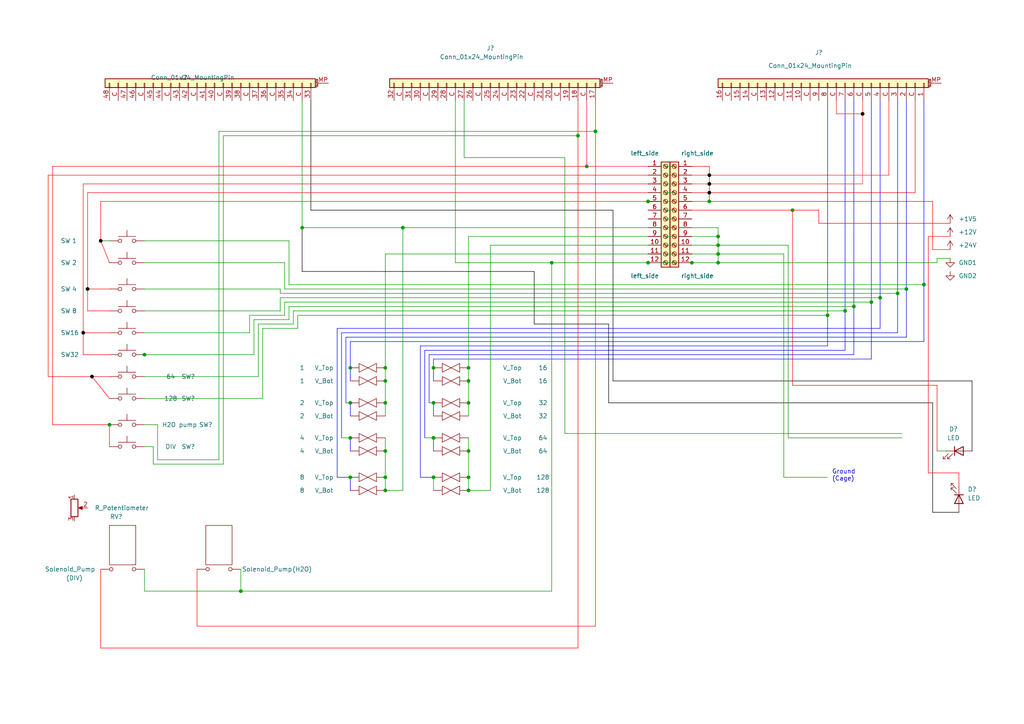
<source format=kicad_sch>
(kicad_sch (version 20211123) (generator eeschema)

  (uuid c56ea316-1f51-4087-ab90-9dd14b1f10d5)

  (paper "A4")

  (title_block
    (title "Olfactometer (Schematic drawn by Andrew Parra!!!)")
  )

  (lib_symbols
    (symbol "Conn_01x24_MountingPin_1" (pin_names (offset 1.016) hide) (in_bom yes) (on_board yes)
      (property "Reference" "J?" (id 0) (at -6.35 1.6256 90)
        (effects (font (size 1.27 1.27)))
      )
      (property "Value" "Conn_01x24_MountingPin" (id 1) (at 5.08 2.54 90)
        (effects (font (size 1.27 1.27)))
      )
      (property "Footprint" "" (id 2) (at 0 0 0)
        (effects (font (size 1.27 1.27)) hide)
      )
      (property "Datasheet" "~" (id 3) (at 0 0 0)
        (effects (font (size 1.27 1.27)) hide)
      )
      (property "ki_keywords" "connector" (id 4) (at 0 0 0)
        (effects (font (size 1.27 1.27)) hide)
      )
      (property "ki_description" "Generic connectable mounting pin connector, single row, 01x24, script generated (kicad-library-utils/schlib/autogen/connector/)" (id 5) (at 0 0 0)
        (effects (font (size 1.27 1.27)) hide)
      )
      (property "ki_fp_filters" "Connector*:*_1x??-1MP*" (id 6) (at 0 0 0)
        (effects (font (size 1.27 1.27)) hide)
      )
      (symbol "Conn_01x24_MountingPin_1_1_1"
        (rectangle (start -1.27 -30.353) (end 0 -30.607)
          (stroke (width 0.1524) (type default) (color 0 0 0 0))
          (fill (type none))
        )
        (rectangle (start -1.27 -27.813) (end 0 -28.067)
          (stroke (width 0.1524) (type default) (color 0 0 0 0))
          (fill (type none))
        )
        (rectangle (start -1.27 -25.273) (end 0 -25.527)
          (stroke (width 0.1524) (type default) (color 0 0 0 0))
          (fill (type none))
        )
        (rectangle (start -1.27 -22.733) (end 0 -22.987)
          (stroke (width 0.1524) (type default) (color 0 0 0 0))
          (fill (type none))
        )
        (rectangle (start -1.27 -20.193) (end 0 -20.447)
          (stroke (width 0.1524) (type default) (color 0 0 0 0))
          (fill (type none))
        )
        (rectangle (start -1.27 -17.653) (end 0 -17.907)
          (stroke (width 0.1524) (type default) (color 0 0 0 0))
          (fill (type none))
        )
        (rectangle (start -1.27 -15.113) (end 0 -15.367)
          (stroke (width 0.1524) (type default) (color 0 0 0 0))
          (fill (type none))
        )
        (rectangle (start -1.27 -12.573) (end 0 -12.827)
          (stroke (width 0.1524) (type default) (color 0 0 0 0))
          (fill (type none))
        )
        (rectangle (start -1.27 -10.033) (end 0 -10.287)
          (stroke (width 0.1524) (type default) (color 0 0 0 0))
          (fill (type none))
        )
        (rectangle (start -1.27 -7.493) (end 0 -7.747)
          (stroke (width 0.1524) (type default) (color 0 0 0 0))
          (fill (type none))
        )
        (rectangle (start -1.27 -4.953) (end 0 -5.207)
          (stroke (width 0.1524) (type default) (color 0 0 0 0))
          (fill (type none))
        )
        (rectangle (start -1.27 -2.413) (end 0 -2.667)
          (stroke (width 0.1524) (type default) (color 0 0 0 0))
          (fill (type none))
        )
        (rectangle (start -1.27 0.127) (end 0 -0.127)
          (stroke (width 0.1524) (type default) (color 0 0 0 0))
          (fill (type none))
        )
        (rectangle (start -1.27 2.667) (end 0 2.413)
          (stroke (width 0.1524) (type default) (color 0 0 0 0))
          (fill (type none))
        )
        (rectangle (start -1.27 5.207) (end 0 4.953)
          (stroke (width 0.1524) (type default) (color 0 0 0 0))
          (fill (type none))
        )
        (rectangle (start -1.27 7.747) (end 0 7.493)
          (stroke (width 0.1524) (type default) (color 0 0 0 0))
          (fill (type none))
        )
        (rectangle (start -1.27 10.287) (end 0 10.033)
          (stroke (width 0.1524) (type default) (color 0 0 0 0))
          (fill (type none))
        )
        (rectangle (start -1.27 12.827) (end 0 12.573)
          (stroke (width 0.1524) (type default) (color 0 0 0 0))
          (fill (type none))
        )
        (rectangle (start -1.27 15.367) (end 0 15.113)
          (stroke (width 0.1524) (type default) (color 0 0 0 0))
          (fill (type none))
        )
        (rectangle (start -1.27 17.907) (end 0 17.653)
          (stroke (width 0.1524) (type default) (color 0 0 0 0))
          (fill (type none))
        )
        (rectangle (start -1.27 20.447) (end 0 20.193)
          (stroke (width 0.1524) (type default) (color 0 0 0 0))
          (fill (type none))
        )
        (rectangle (start -1.27 22.987) (end 0 22.733)
          (stroke (width 0.1524) (type default) (color 0 0 0 0))
          (fill (type none))
        )
        (rectangle (start -1.27 25.527) (end 0 25.273)
          (stroke (width 0.1524) (type default) (color 0 0 0 0))
          (fill (type none))
        )
        (rectangle (start -1.27 28.067) (end 0 27.813)
          (stroke (width 0.1524) (type default) (color 0 0 0 0))
          (fill (type none))
        )
        (rectangle (start -1.27 29.21) (end 1.27 -31.75)
          (stroke (width 0.254) (type default) (color 0 0 0 0))
          (fill (type background))
        )
        (polyline
          (pts
            (xy -1.016 -32.512)
            (xy 1.016 -32.512)
          )
          (stroke (width 0.1524) (type default) (color 0 0 0 0))
          (fill (type none))
        )
        (text "Mounting" (at 0 -32.131 0)
          (effects (font (size 0.381 0.381)))
        )
        (pin passive line (at -5.08 -30.48 0) (length 3.81)
          (name "1" (effects (font (size 1.27 1.27))))
          (number "1" (effects (font (size 1.27 1.27))))
        )
        (pin passive line (at -5.08 5.08 0) (length 3.81)
          (name "Pin_10" (effects (font (size 1.27 1.27))))
          (number "10" (effects (font (size 1.27 1.27))))
        )
        (pin passive line (at -5.08 7.62 0) (length 3.81)
          (name "11" (effects (font (size 1.27 1.27))))
          (number "11" (effects (font (size 1.27 1.27))))
        )
        (pin passive line (at -5.08 12.7 0) (length 3.81)
          (name "12" (effects (font (size 1.27 1.27))))
          (number "12" (effects (font (size 1.27 1.27))))
        )
        (pin passive line (at -5.08 15.24 0) (length 3.81)
          (name "13" (effects (font (size 1.27 1.27))))
          (number "13" (effects (font (size 1.27 1.27))))
        )
        (pin passive line (at -5.08 20.32 0) (length 3.81)
          (name "14" (effects (font (size 1.27 1.27))))
          (number "14" (effects (font (size 1.27 1.27))))
        )
        (pin passive line (at -5.08 22.86 0) (length 3.81)
          (name "15" (effects (font (size 1.27 1.27))))
          (number "15" (effects (font (size 1.27 1.27))))
        )
        (pin passive line (at -5.08 27.94 0) (length 3.81)
          (name "16" (effects (font (size 1.27 1.27))))
          (number "16" (effects (font (size 1.27 1.27))))
        )
        (pin passive line (at -5.08 -25.4 0) (length 3.81)
          (name "2" (effects (font (size 1.27 1.27))))
          (number "2" (effects (font (size 1.27 1.27))))
        )
        (pin passive line (at -5.08 -22.86 0) (length 3.81)
          (name "3" (effects (font (size 1.27 1.27))))
          (number "3" (effects (font (size 1.27 1.27))))
        )
        (pin passive line (at -5.08 -17.78 0) (length 3.81)
          (name "4" (effects (font (size 1.27 1.27))))
          (number "4" (effects (font (size 1.27 1.27))))
        )
        (pin passive line (at -5.08 -15.24 0) (length 3.81)
          (name "5" (effects (font (size 1.27 1.27))))
          (number "5" (effects (font (size 1.27 1.27))))
        )
        (pin passive line (at -5.08 -10.16 0) (length 3.81)
          (name "6" (effects (font (size 1.27 1.27))))
          (number "6" (effects (font (size 1.27 1.27))))
        )
        (pin passive line (at -5.08 -7.62 0) (length 3.81)
          (name "7" (effects (font (size 1.27 1.27))))
          (number "7" (effects (font (size 1.27 1.27))))
        )
        (pin passive line (at -5.08 -2.54 0) (length 3.81)
          (name "8" (effects (font (size 1.27 1.27))))
          (number "8" (effects (font (size 1.27 1.27))))
        )
        (pin passive line (at -5.08 0 0) (length 3.81)
          (name "9" (effects (font (size 1.27 1.27))))
          (number "9" (effects (font (size 1.27 1.27))))
        )
        (pin passive line (at -5.08 -27.94 0) (length 3.81)
          (name "C1" (effects (font (size 1.27 1.27))))
          (number "C" (effects (font (size 1.27 1.27))))
        )
        (pin passive line (at -5.08 -20.32 0) (length 3.81)
          (name "C2" (effects (font (size 1.27 1.27))))
          (number "C" (effects (font (size 1.27 1.27))))
        )
        (pin passive line (at -5.08 -12.7 0) (length 3.81)
          (name "C3" (effects (font (size 1.27 1.27))))
          (number "C" (effects (font (size 1.27 1.27))))
        )
        (pin passive line (at -5.08 -5.08 0) (length 3.81)
          (name "C4" (effects (font (size 1.27 1.27))))
          (number "C" (effects (font (size 1.27 1.27))))
        )
        (pin passive line (at -5.08 2.54 0) (length 3.81)
          (name "C4" (effects (font (size 1.27 1.27))))
          (number "C" (effects (font (size 1.27 1.27))))
        )
        (pin passive line (at -5.08 10.16 0) (length 3.81)
          (name "C5" (effects (font (size 1.27 1.27))))
          (number "C" (effects (font (size 1.27 1.27))))
        )
        (pin passive line (at -5.08 17.78 0) (length 3.81)
          (name "C6" (effects (font (size 1.27 1.27))))
          (number "C" (effects (font (size 1.27 1.27))))
        )
        (pin passive line (at -5.08 25.4 0) (length 3.81)
          (name "C6" (effects (font (size 1.27 1.27))))
          (number "C" (effects (font (size 1.27 1.27))))
        )
        (pin passive line (at 0 -35.56 90) (length 3.048)
          (name "MountPin" (effects (font (size 1.27 1.27))))
          (number "MP" (effects (font (size 1.27 1.27))))
        )
      )
    )
    (symbol "Conn_01x24_MountingPin_2" (pin_names (offset 1.016) hide) (in_bom yes) (on_board yes)
      (property "Reference" "J?" (id 0) (at -6.35 1.6256 90)
        (effects (font (size 1.27 1.27)))
      )
      (property "Value" "Conn_01x24_MountingPin" (id 1) (at 7.62 2.54 90)
        (effects (font (size 1.27 1.27)))
      )
      (property "Footprint" "" (id 2) (at 0 0 0)
        (effects (font (size 1.27 1.27)) hide)
      )
      (property "Datasheet" "~" (id 3) (at 0 0 0)
        (effects (font (size 1.27 1.27)) hide)
      )
      (property "ki_keywords" "connector" (id 4) (at 0 0 0)
        (effects (font (size 1.27 1.27)) hide)
      )
      (property "ki_description" "Generic connectable mounting pin connector, single row, 01x24, script generated (kicad-library-utils/schlib/autogen/connector/)" (id 5) (at 0 0 0)
        (effects (font (size 1.27 1.27)) hide)
      )
      (property "ki_fp_filters" "Connector*:*_1x??-1MP*" (id 6) (at 0 0 0)
        (effects (font (size 1.27 1.27)) hide)
      )
      (symbol "Conn_01x24_MountingPin_2_1_1"
        (rectangle (start -1.27 -30.353) (end 0 -30.607)
          (stroke (width 0.1524) (type default) (color 0 0 0 0))
          (fill (type none))
        )
        (rectangle (start -1.27 -27.813) (end 0 -28.067)
          (stroke (width 0.1524) (type default) (color 0 0 0 0))
          (fill (type none))
        )
        (rectangle (start -1.27 -25.273) (end 0 -25.527)
          (stroke (width 0.1524) (type default) (color 0 0 0 0))
          (fill (type none))
        )
        (rectangle (start -1.27 -22.733) (end 0 -22.987)
          (stroke (width 0.1524) (type default) (color 0 0 0 0))
          (fill (type none))
        )
        (rectangle (start -1.27 -20.193) (end 0 -20.447)
          (stroke (width 0.1524) (type default) (color 0 0 0 0))
          (fill (type none))
        )
        (rectangle (start -1.27 -17.653) (end 0 -17.907)
          (stroke (width 0.1524) (type default) (color 0 0 0 0))
          (fill (type none))
        )
        (rectangle (start -1.27 -15.113) (end 0 -15.367)
          (stroke (width 0.1524) (type default) (color 0 0 0 0))
          (fill (type none))
        )
        (rectangle (start -1.27 -12.573) (end 0 -12.827)
          (stroke (width 0.1524) (type default) (color 0 0 0 0))
          (fill (type none))
        )
        (rectangle (start -1.27 -10.033) (end 0 -10.287)
          (stroke (width 0.1524) (type default) (color 0 0 0 0))
          (fill (type none))
        )
        (rectangle (start -1.27 -7.493) (end 0 -7.747)
          (stroke (width 0.1524) (type default) (color 0 0 0 0))
          (fill (type none))
        )
        (rectangle (start -1.27 -4.953) (end 0 -5.207)
          (stroke (width 0.1524) (type default) (color 0 0 0 0))
          (fill (type none))
        )
        (rectangle (start -1.27 -2.413) (end 0 -2.667)
          (stroke (width 0.1524) (type default) (color 0 0 0 0))
          (fill (type none))
        )
        (rectangle (start -1.27 0.127) (end 0 -0.127)
          (stroke (width 0.1524) (type default) (color 0 0 0 0))
          (fill (type none))
        )
        (rectangle (start -1.27 2.667) (end 0 2.413)
          (stroke (width 0.1524) (type default) (color 0 0 0 0))
          (fill (type none))
        )
        (rectangle (start -1.27 5.207) (end 0 4.953)
          (stroke (width 0.1524) (type default) (color 0 0 0 0))
          (fill (type none))
        )
        (rectangle (start -1.27 7.747) (end 0 7.493)
          (stroke (width 0.1524) (type default) (color 0 0 0 0))
          (fill (type none))
        )
        (rectangle (start -1.27 10.287) (end 0 10.033)
          (stroke (width 0.1524) (type default) (color 0 0 0 0))
          (fill (type none))
        )
        (rectangle (start -1.27 12.827) (end 0 12.573)
          (stroke (width 0.1524) (type default) (color 0 0 0 0))
          (fill (type none))
        )
        (rectangle (start -1.27 15.367) (end 0 15.113)
          (stroke (width 0.1524) (type default) (color 0 0 0 0))
          (fill (type none))
        )
        (rectangle (start -1.27 17.907) (end 0 17.653)
          (stroke (width 0.1524) (type default) (color 0 0 0 0))
          (fill (type none))
        )
        (rectangle (start -1.27 20.447) (end 0 20.193)
          (stroke (width 0.1524) (type default) (color 0 0 0 0))
          (fill (type none))
        )
        (rectangle (start -1.27 22.987) (end 0 22.733)
          (stroke (width 0.1524) (type default) (color 0 0 0 0))
          (fill (type none))
        )
        (rectangle (start -1.27 25.527) (end 0 25.273)
          (stroke (width 0.1524) (type default) (color 0 0 0 0))
          (fill (type none))
        )
        (rectangle (start -1.27 28.067) (end 0 27.813)
          (stroke (width 0.1524) (type default) (color 0 0 0 0))
          (fill (type none))
        )
        (rectangle (start -1.27 29.21) (end 1.27 -31.75)
          (stroke (width 0.254) (type default) (color 0 0 0 0))
          (fill (type background))
        )
        (polyline
          (pts
            (xy -1.016 -32.512)
            (xy 1.016 -32.512)
          )
          (stroke (width 0.1524) (type default) (color 0 0 0 0))
          (fill (type none))
        )
        (text "Mounting" (at 0 -32.131 0)
          (effects (font (size 0.381 0.381)))
        )
        (pin passive line (at -5.08 -30.48 0) (length 3.81)
          (name "17" (effects (font (size 1.27 1.27))))
          (number "17" (effects (font (size 1.27 1.27))))
        )
        (pin passive line (at -5.08 -25.4 0) (length 3.81)
          (name "18" (effects (font (size 1.27 1.27))))
          (number "18" (effects (font (size 1.27 1.27))))
        )
        (pin passive line (at -5.08 -22.86 0) (length 3.81)
          (name "19" (effects (font (size 1.27 1.27))))
          (number "19" (effects (font (size 1.27 1.27))))
        )
        (pin passive line (at -5.08 -17.78 0) (length 3.81)
          (name "20" (effects (font (size 1.27 1.27))))
          (number "20" (effects (font (size 1.27 1.27))))
        )
        (pin passive line (at -5.08 -15.24 0) (length 3.81)
          (name "21" (effects (font (size 1.27 1.27))))
          (number "21" (effects (font (size 1.27 1.27))))
        )
        (pin passive line (at -5.08 -10.16 0) (length 3.81)
          (name "22" (effects (font (size 1.27 1.27))))
          (number "22" (effects (font (size 1.27 1.27))))
        )
        (pin passive line (at -5.08 -7.62 0) (length 3.81)
          (name "23" (effects (font (size 1.27 1.27))))
          (number "23" (effects (font (size 1.27 1.27))))
        )
        (pin passive line (at -5.08 -2.54 0) (length 3.81)
          (name "24" (effects (font (size 1.27 1.27))))
          (number "24" (effects (font (size 1.27 1.27))))
        )
        (pin passive line (at -5.08 0 0) (length 3.81)
          (name "25" (effects (font (size 1.27 1.27))))
          (number "25" (effects (font (size 1.27 1.27))))
        )
        (pin passive line (at -5.08 5.08 0) (length 3.81)
          (name "26" (effects (font (size 1.27 1.27))))
          (number "26" (effects (font (size 1.27 1.27))))
        )
        (pin passive line (at -5.08 7.62 0) (length 3.81)
          (name "27" (effects (font (size 1.27 1.27))))
          (number "27" (effects (font (size 1.27 1.27))))
        )
        (pin passive line (at -5.08 12.7 0) (length 3.81)
          (name "28" (effects (font (size 1.27 1.27))))
          (number "28" (effects (font (size 1.27 1.27))))
        )
        (pin passive line (at -5.08 15.24 0) (length 3.81)
          (name "29" (effects (font (size 1.27 1.27))))
          (number "29" (effects (font (size 1.27 1.27))))
        )
        (pin passive line (at -5.08 20.32 0) (length 3.81)
          (name "30" (effects (font (size 1.27 1.27))))
          (number "30" (effects (font (size 1.27 1.27))))
        )
        (pin passive line (at -5.08 22.86 0) (length 3.81)
          (name "31" (effects (font (size 1.27 1.27))))
          (number "31" (effects (font (size 1.27 1.27))))
        )
        (pin passive line (at -5.08 27.94 0) (length 3.81)
          (name "32" (effects (font (size 1.27 1.27))))
          (number "32" (effects (font (size 1.27 1.27))))
        )
        (pin passive line (at -5.08 -27.94 0) (length 3.81)
          (name "C" (effects (font (size 1.27 1.27))))
          (number "C" (effects (font (size 1.27 1.27))))
        )
        (pin passive line (at -5.08 -20.32 0) (length 3.81)
          (name "C" (effects (font (size 1.27 1.27))))
          (number "C" (effects (font (size 1.27 1.27))))
        )
        (pin passive line (at -5.08 -12.7 0) (length 3.81)
          (name "C" (effects (font (size 1.27 1.27))))
          (number "C" (effects (font (size 1.27 1.27))))
        )
        (pin passive line (at -5.08 -5.08 0) (length 3.81)
          (name "C" (effects (font (size 1.27 1.27))))
          (number "C" (effects (font (size 1.27 1.27))))
        )
        (pin passive line (at -5.08 2.54 0) (length 3.81)
          (name "C" (effects (font (size 1.27 1.27))))
          (number "C" (effects (font (size 1.27 1.27))))
        )
        (pin passive line (at -5.08 10.16 0) (length 3.81)
          (name "C" (effects (font (size 1.27 1.27))))
          (number "C" (effects (font (size 1.27 1.27))))
        )
        (pin passive line (at -5.08 17.78 0) (length 3.81)
          (name "C" (effects (font (size 1.27 1.27))))
          (number "C" (effects (font (size 1.27 1.27))))
        )
        (pin passive line (at -5.08 25.4 0) (length 3.81)
          (name "C" (effects (font (size 1.27 1.27))))
          (number "C" (effects (font (size 1.27 1.27))))
        )
        (pin passive line (at 0 -35.56 90) (length 3.048)
          (name "MountPin" (effects (font (size 1.27 1.27))))
          (number "MP" (effects (font (size 1.27 1.27))))
        )
      )
    )
    (symbol "Conn_01x24_MountingPin_3" (pin_names (offset 1.016) hide) (in_bom yes) (on_board yes)
      (property "Reference" "J?" (id 0) (at 1.6256 6.35 90)
        (effects (font (size 1.27 1.27)))
      )
      (property "Value" "Conn_01x24_MountingPin_3" (id 1) (at 1.6256 3.81 90)
        (effects (font (size 1.27 1.27)))
      )
      (property "Footprint" "" (id 2) (at 0 0 0)
        (effects (font (size 1.27 1.27)) hide)
      )
      (property "Datasheet" "~" (id 3) (at 0 0 0)
        (effects (font (size 1.27 1.27)) hide)
      )
      (property "ki_keywords" "connector" (id 4) (at 0 0 0)
        (effects (font (size 1.27 1.27)) hide)
      )
      (property "ki_description" "Generic connectable mounting pin connector, single row, 01x24, script generated (kicad-library-utils/schlib/autogen/connector/)" (id 5) (at 0 0 0)
        (effects (font (size 1.27 1.27)) hide)
      )
      (property "ki_fp_filters" "Connector*:*_1x??-1MP*" (id 6) (at 0 0 0)
        (effects (font (size 1.27 1.27)) hide)
      )
      (symbol "Conn_01x24_MountingPin_3_1_1"
        (rectangle (start -1.27 -30.353) (end 0 -30.607)
          (stroke (width 0.1524) (type default) (color 0 0 0 0))
          (fill (type none))
        )
        (rectangle (start -1.27 -27.813) (end 0 -28.067)
          (stroke (width 0.1524) (type default) (color 0 0 0 0))
          (fill (type none))
        )
        (rectangle (start -1.27 -25.273) (end 0 -25.527)
          (stroke (width 0.1524) (type default) (color 0 0 0 0))
          (fill (type none))
        )
        (rectangle (start -1.27 -22.733) (end 0 -22.987)
          (stroke (width 0.1524) (type default) (color 0 0 0 0))
          (fill (type none))
        )
        (rectangle (start -1.27 -20.193) (end 0 -20.447)
          (stroke (width 0.1524) (type default) (color 0 0 0 0))
          (fill (type none))
        )
        (rectangle (start -1.27 -17.653) (end 0 -17.907)
          (stroke (width 0.1524) (type default) (color 0 0 0 0))
          (fill (type none))
        )
        (rectangle (start -1.27 -15.113) (end 0 -15.367)
          (stroke (width 0.1524) (type default) (color 0 0 0 0))
          (fill (type none))
        )
        (rectangle (start -1.27 -12.573) (end 0 -12.827)
          (stroke (width 0.1524) (type default) (color 0 0 0 0))
          (fill (type none))
        )
        (rectangle (start -1.27 -10.033) (end 0 -10.287)
          (stroke (width 0.1524) (type default) (color 0 0 0 0))
          (fill (type none))
        )
        (rectangle (start -1.27 -7.493) (end 0 -7.747)
          (stroke (width 0.1524) (type default) (color 0 0 0 0))
          (fill (type none))
        )
        (rectangle (start -1.27 -4.953) (end 0 -5.207)
          (stroke (width 0.1524) (type default) (color 0 0 0 0))
          (fill (type none))
        )
        (rectangle (start -1.27 -2.413) (end 0 -2.667)
          (stroke (width 0.1524) (type default) (color 0 0 0 0))
          (fill (type none))
        )
        (rectangle (start -1.27 0.127) (end 0 -0.127)
          (stroke (width 0.1524) (type default) (color 0 0 0 0))
          (fill (type none))
        )
        (rectangle (start -1.27 2.667) (end 0 2.413)
          (stroke (width 0.1524) (type default) (color 0 0 0 0))
          (fill (type none))
        )
        (rectangle (start -1.27 5.207) (end 0 4.953)
          (stroke (width 0.1524) (type default) (color 0 0 0 0))
          (fill (type none))
        )
        (rectangle (start -1.27 7.747) (end 0 7.493)
          (stroke (width 0.1524) (type default) (color 0 0 0 0))
          (fill (type none))
        )
        (rectangle (start -1.27 10.287) (end 0 10.033)
          (stroke (width 0.1524) (type default) (color 0 0 0 0))
          (fill (type none))
        )
        (rectangle (start -1.27 12.827) (end 0 12.573)
          (stroke (width 0.1524) (type default) (color 0 0 0 0))
          (fill (type none))
        )
        (rectangle (start -1.27 15.367) (end 0 15.113)
          (stroke (width 0.1524) (type default) (color 0 0 0 0))
          (fill (type none))
        )
        (rectangle (start -1.27 17.907) (end 0 17.653)
          (stroke (width 0.1524) (type default) (color 0 0 0 0))
          (fill (type none))
        )
        (rectangle (start -1.27 20.447) (end 0 20.193)
          (stroke (width 0.1524) (type default) (color 0 0 0 0))
          (fill (type none))
        )
        (rectangle (start -1.27 22.987) (end 0 22.733)
          (stroke (width 0.1524) (type default) (color 0 0 0 0))
          (fill (type none))
        )
        (rectangle (start -1.27 25.527) (end 0 25.273)
          (stroke (width 0.1524) (type default) (color 0 0 0 0))
          (fill (type none))
        )
        (rectangle (start -1.27 28.067) (end 0 27.813)
          (stroke (width 0.1524) (type default) (color 0 0 0 0))
          (fill (type none))
        )
        (rectangle (start -1.27 29.21) (end 1.27 -31.75)
          (stroke (width 0.254) (type default) (color 0 0 0 0))
          (fill (type background))
        )
        (polyline
          (pts
            (xy -1.016 -32.512)
            (xy 1.016 -32.512)
          )
          (stroke (width 0.1524) (type default) (color 0 0 0 0))
          (fill (type none))
        )
        (text "Mounting" (at 0 -32.131 0)
          (effects (font (size 0.381 0.381)))
        )
        (pin passive line (at -5.08 -30.48 0) (length 3.81)
          (name "33" (effects (font (size 1.27 1.27))))
          (number "33" (effects (font (size 1.27 1.27))))
        )
        (pin passive line (at -5.08 -25.4 0) (length 3.81)
          (name "34" (effects (font (size 1.27 1.27))))
          (number "34" (effects (font (size 1.27 1.27))))
        )
        (pin passive line (at -5.08 -22.86 0) (length 3.81)
          (name "35" (effects (font (size 1.27 1.27))))
          (number "35" (effects (font (size 1.27 1.27))))
        )
        (pin passive line (at -5.08 -17.78 0) (length 3.81)
          (name "36" (effects (font (size 1.27 1.27))))
          (number "36" (effects (font (size 1.27 1.27))))
        )
        (pin passive line (at -5.08 -15.24 0) (length 3.81)
          (name "37" (effects (font (size 1.27 1.27))))
          (number "37" (effects (font (size 1.27 1.27))))
        )
        (pin passive line (at -5.08 -10.16 0) (length 3.81)
          (name "38" (effects (font (size 1.27 1.27))))
          (number "38" (effects (font (size 1.27 1.27))))
        )
        (pin passive line (at -5.08 -7.62 0) (length 3.81)
          (name "39" (effects (font (size 1.27 1.27))))
          (number "39" (effects (font (size 1.27 1.27))))
        )
        (pin passive line (at -5.08 -2.54 0) (length 3.81)
          (name "40" (effects (font (size 1.27 1.27))))
          (number "40" (effects (font (size 1.27 1.27))))
        )
        (pin passive line (at -5.08 0 0) (length 3.81)
          (name "41" (effects (font (size 1.27 1.27))))
          (number "41" (effects (font (size 1.27 1.27))))
        )
        (pin passive line (at -5.08 5.08 0) (length 3.81)
          (name "42" (effects (font (size 1.27 1.27))))
          (number "42" (effects (font (size 1.27 1.27))))
        )
        (pin passive line (at -5.08 7.62 0) (length 3.81)
          (name "43" (effects (font (size 1.27 1.27))))
          (number "43" (effects (font (size 1.27 1.27))))
        )
        (pin passive line (at -5.08 12.7 0) (length 3.81)
          (name "44" (effects (font (size 1.27 1.27))))
          (number "44" (effects (font (size 1.27 1.27))))
        )
        (pin passive line (at -5.08 15.24 0) (length 3.81)
          (name "45" (effects (font (size 1.27 1.27))))
          (number "45" (effects (font (size 1.27 1.27))))
        )
        (pin passive line (at -5.08 20.32 0) (length 3.81)
          (name "46" (effects (font (size 1.27 1.27))))
          (number "46" (effects (font (size 1.27 1.27))))
        )
        (pin passive line (at -5.08 22.86 0) (length 3.81)
          (name "47" (effects (font (size 1.27 1.27))))
          (number "47" (effects (font (size 1.27 1.27))))
        )
        (pin passive line (at -5.08 27.94 0) (length 3.81)
          (name "48" (effects (font (size 1.27 1.27))))
          (number "48" (effects (font (size 1.27 1.27))))
        )
        (pin passive line (at -5.08 -27.94 0) (length 3.81)
          (name "C" (effects (font (size 1.27 1.27))))
          (number "C" (effects (font (size 1.27 1.27))))
        )
        (pin passive line (at -5.08 -20.32 0) (length 3.81)
          (name "C" (effects (font (size 1.27 1.27))))
          (number "C" (effects (font (size 1.27 1.27))))
        )
        (pin passive line (at -5.08 -12.7 0) (length 3.81)
          (name "C" (effects (font (size 1.27 1.27))))
          (number "C" (effects (font (size 1.27 1.27))))
        )
        (pin passive line (at -5.08 -5.08 0) (length 3.81)
          (name "C" (effects (font (size 1.27 1.27))))
          (number "C" (effects (font (size 1.27 1.27))))
        )
        (pin passive line (at -5.08 2.54 0) (length 3.81)
          (name "C" (effects (font (size 1.27 1.27))))
          (number "C" (effects (font (size 1.27 1.27))))
        )
        (pin passive line (at -5.08 10.16 0) (length 3.81)
          (name "C" (effects (font (size 1.27 1.27))))
          (number "C" (effects (font (size 1.27 1.27))))
        )
        (pin passive line (at -5.08 17.78 0) (length 3.81)
          (name "C" (effects (font (size 1.27 1.27))))
          (number "C" (effects (font (size 1.27 1.27))))
        )
        (pin passive line (at -5.08 25.4 0) (length 3.81)
          (name "C" (effects (font (size 1.27 1.27))))
          (number "C" (effects (font (size 1.27 1.27))))
        )
        (pin passive line (at 0 -35.56 90) (length 3.048)
          (name "MountPin" (effects (font (size 1.27 1.27))))
          (number "MP" (effects (font (size 1.27 1.27))))
        )
      )
    )
    (symbol "Connector:Screw_Terminal_01x12" (pin_names (offset 1.016) hide) (in_bom yes) (on_board yes)
      (property "Reference" "J" (id 0) (at 0 15.24 0)
        (effects (font (size 1.27 1.27)))
      )
      (property "Value" "Screw_Terminal_01x12" (id 1) (at 0 -17.78 0)
        (effects (font (size 1.27 1.27)))
      )
      (property "Footprint" "" (id 2) (at 0 0 0)
        (effects (font (size 1.27 1.27)) hide)
      )
      (property "Datasheet" "~" (id 3) (at 0 0 0)
        (effects (font (size 1.27 1.27)) hide)
      )
      (property "ki_keywords" "screw terminal" (id 4) (at 0 0 0)
        (effects (font (size 1.27 1.27)) hide)
      )
      (property "ki_description" "Generic screw terminal, single row, 01x12, script generated (kicad-library-utils/schlib/autogen/connector/)" (id 5) (at 0 0 0)
        (effects (font (size 1.27 1.27)) hide)
      )
      (property "ki_fp_filters" "TerminalBlock*:*" (id 6) (at 0 0 0)
        (effects (font (size 1.27 1.27)) hide)
      )
      (symbol "Screw_Terminal_01x12_1_1"
        (rectangle (start -1.27 13.97) (end 1.27 -16.51)
          (stroke (width 0.254) (type default) (color 0 0 0 0))
          (fill (type background))
        )
        (circle (center 0 -15.24) (radius 0.635)
          (stroke (width 0.1524) (type default) (color 0 0 0 0))
          (fill (type none))
        )
        (circle (center 0 -12.7) (radius 0.635)
          (stroke (width 0.1524) (type default) (color 0 0 0 0))
          (fill (type none))
        )
        (circle (center 0 -10.16) (radius 0.635)
          (stroke (width 0.1524) (type default) (color 0 0 0 0))
          (fill (type none))
        )
        (circle (center 0 -7.62) (radius 0.635)
          (stroke (width 0.1524) (type default) (color 0 0 0 0))
          (fill (type none))
        )
        (circle (center 0 -5.08) (radius 0.635)
          (stroke (width 0.1524) (type default) (color 0 0 0 0))
          (fill (type none))
        )
        (circle (center 0 -2.54) (radius 0.635)
          (stroke (width 0.1524) (type default) (color 0 0 0 0))
          (fill (type none))
        )
        (polyline
          (pts
            (xy -0.5334 -14.9098)
            (xy 0.3302 -15.748)
          )
          (stroke (width 0.1524) (type default) (color 0 0 0 0))
          (fill (type none))
        )
        (polyline
          (pts
            (xy -0.5334 -12.3698)
            (xy 0.3302 -13.208)
          )
          (stroke (width 0.1524) (type default) (color 0 0 0 0))
          (fill (type none))
        )
        (polyline
          (pts
            (xy -0.5334 -9.8298)
            (xy 0.3302 -10.668)
          )
          (stroke (width 0.1524) (type default) (color 0 0 0 0))
          (fill (type none))
        )
        (polyline
          (pts
            (xy -0.5334 -7.2898)
            (xy 0.3302 -8.128)
          )
          (stroke (width 0.1524) (type default) (color 0 0 0 0))
          (fill (type none))
        )
        (polyline
          (pts
            (xy -0.5334 -4.7498)
            (xy 0.3302 -5.588)
          )
          (stroke (width 0.1524) (type default) (color 0 0 0 0))
          (fill (type none))
        )
        (polyline
          (pts
            (xy -0.5334 -2.2098)
            (xy 0.3302 -3.048)
          )
          (stroke (width 0.1524) (type default) (color 0 0 0 0))
          (fill (type none))
        )
        (polyline
          (pts
            (xy -0.5334 0.3302)
            (xy 0.3302 -0.508)
          )
          (stroke (width 0.1524) (type default) (color 0 0 0 0))
          (fill (type none))
        )
        (polyline
          (pts
            (xy -0.5334 2.8702)
            (xy 0.3302 2.032)
          )
          (stroke (width 0.1524) (type default) (color 0 0 0 0))
          (fill (type none))
        )
        (polyline
          (pts
            (xy -0.5334 5.4102)
            (xy 0.3302 4.572)
          )
          (stroke (width 0.1524) (type default) (color 0 0 0 0))
          (fill (type none))
        )
        (polyline
          (pts
            (xy -0.5334 7.9502)
            (xy 0.3302 7.112)
          )
          (stroke (width 0.1524) (type default) (color 0 0 0 0))
          (fill (type none))
        )
        (polyline
          (pts
            (xy -0.5334 10.4902)
            (xy 0.3302 9.652)
          )
          (stroke (width 0.1524) (type default) (color 0 0 0 0))
          (fill (type none))
        )
        (polyline
          (pts
            (xy -0.5334 13.0302)
            (xy 0.3302 12.192)
          )
          (stroke (width 0.1524) (type default) (color 0 0 0 0))
          (fill (type none))
        )
        (polyline
          (pts
            (xy -0.3556 -14.732)
            (xy 0.508 -15.5702)
          )
          (stroke (width 0.1524) (type default) (color 0 0 0 0))
          (fill (type none))
        )
        (polyline
          (pts
            (xy -0.3556 -12.192)
            (xy 0.508 -13.0302)
          )
          (stroke (width 0.1524) (type default) (color 0 0 0 0))
          (fill (type none))
        )
        (polyline
          (pts
            (xy -0.3556 -9.652)
            (xy 0.508 -10.4902)
          )
          (stroke (width 0.1524) (type default) (color 0 0 0 0))
          (fill (type none))
        )
        (polyline
          (pts
            (xy -0.3556 -7.112)
            (xy 0.508 -7.9502)
          )
          (stroke (width 0.1524) (type default) (color 0 0 0 0))
          (fill (type none))
        )
        (polyline
          (pts
            (xy -0.3556 -4.572)
            (xy 0.508 -5.4102)
          )
          (stroke (width 0.1524) (type default) (color 0 0 0 0))
          (fill (type none))
        )
        (polyline
          (pts
            (xy -0.3556 -2.032)
            (xy 0.508 -2.8702)
          )
          (stroke (width 0.1524) (type default) (color 0 0 0 0))
          (fill (type none))
        )
        (polyline
          (pts
            (xy -0.3556 0.508)
            (xy 0.508 -0.3302)
          )
          (stroke (width 0.1524) (type default) (color 0 0 0 0))
          (fill (type none))
        )
        (polyline
          (pts
            (xy -0.3556 3.048)
            (xy 0.508 2.2098)
          )
          (stroke (width 0.1524) (type default) (color 0 0 0 0))
          (fill (type none))
        )
        (polyline
          (pts
            (xy -0.3556 5.588)
            (xy 0.508 4.7498)
          )
          (stroke (width 0.1524) (type default) (color 0 0 0 0))
          (fill (type none))
        )
        (polyline
          (pts
            (xy -0.3556 8.128)
            (xy 0.508 7.2898)
          )
          (stroke (width 0.1524) (type default) (color 0 0 0 0))
          (fill (type none))
        )
        (polyline
          (pts
            (xy -0.3556 10.668)
            (xy 0.508 9.8298)
          )
          (stroke (width 0.1524) (type default) (color 0 0 0 0))
          (fill (type none))
        )
        (polyline
          (pts
            (xy -0.3556 13.208)
            (xy 0.508 12.3698)
          )
          (stroke (width 0.1524) (type default) (color 0 0 0 0))
          (fill (type none))
        )
        (circle (center 0 0) (radius 0.635)
          (stroke (width 0.1524) (type default) (color 0 0 0 0))
          (fill (type none))
        )
        (circle (center 0 2.54) (radius 0.635)
          (stroke (width 0.1524) (type default) (color 0 0 0 0))
          (fill (type none))
        )
        (circle (center 0 5.08) (radius 0.635)
          (stroke (width 0.1524) (type default) (color 0 0 0 0))
          (fill (type none))
        )
        (circle (center 0 7.62) (radius 0.635)
          (stroke (width 0.1524) (type default) (color 0 0 0 0))
          (fill (type none))
        )
        (circle (center 0 10.16) (radius 0.635)
          (stroke (width 0.1524) (type default) (color 0 0 0 0))
          (fill (type none))
        )
        (circle (center 0 12.7) (radius 0.635)
          (stroke (width 0.1524) (type default) (color 0 0 0 0))
          (fill (type none))
        )
        (pin passive line (at -5.08 12.7 0) (length 3.81)
          (name "Pin_1" (effects (font (size 1.27 1.27))))
          (number "1" (effects (font (size 1.27 1.27))))
        )
        (pin passive line (at -5.08 -10.16 0) (length 3.81)
          (name "Pin_10" (effects (font (size 1.27 1.27))))
          (number "10" (effects (font (size 1.27 1.27))))
        )
        (pin passive line (at -5.08 -12.7 0) (length 3.81)
          (name "Pin_11" (effects (font (size 1.27 1.27))))
          (number "11" (effects (font (size 1.27 1.27))))
        )
        (pin passive line (at -5.08 -15.24 0) (length 3.81)
          (name "Pin_12" (effects (font (size 1.27 1.27))))
          (number "12" (effects (font (size 1.27 1.27))))
        )
        (pin passive line (at -5.08 10.16 0) (length 3.81)
          (name "Pin_2" (effects (font (size 1.27 1.27))))
          (number "2" (effects (font (size 1.27 1.27))))
        )
        (pin passive line (at -5.08 7.62 0) (length 3.81)
          (name "Pin_3" (effects (font (size 1.27 1.27))))
          (number "3" (effects (font (size 1.27 1.27))))
        )
        (pin passive line (at -5.08 5.08 0) (length 3.81)
          (name "Pin_4" (effects (font (size 1.27 1.27))))
          (number "4" (effects (font (size 1.27 1.27))))
        )
        (pin passive line (at -5.08 2.54 0) (length 3.81)
          (name "Pin_5" (effects (font (size 1.27 1.27))))
          (number "5" (effects (font (size 1.27 1.27))))
        )
        (pin passive line (at -5.08 0 0) (length 3.81)
          (name "Pin_6" (effects (font (size 1.27 1.27))))
          (number "6" (effects (font (size 1.27 1.27))))
        )
        (pin passive line (at -5.08 -2.54 0) (length 3.81)
          (name "Pin_7" (effects (font (size 1.27 1.27))))
          (number "7" (effects (font (size 1.27 1.27))))
        )
        (pin passive line (at -5.08 -5.08 0) (length 3.81)
          (name "Pin_8" (effects (font (size 1.27 1.27))))
          (number "8" (effects (font (size 1.27 1.27))))
        )
        (pin passive line (at -5.08 -7.62 0) (length 3.81)
          (name "Pin_9" (effects (font (size 1.27 1.27))))
          (number "9" (effects (font (size 1.27 1.27))))
        )
      )
    )
    (symbol "Device:LED" (pin_numbers hide) (pin_names (offset 1.016) hide) (in_bom yes) (on_board yes)
      (property "Reference" "D" (id 0) (at 0 2.54 0)
        (effects (font (size 1.27 1.27)))
      )
      (property "Value" "LED" (id 1) (at 0 -2.54 0)
        (effects (font (size 1.27 1.27)))
      )
      (property "Footprint" "" (id 2) (at 0 0 0)
        (effects (font (size 1.27 1.27)) hide)
      )
      (property "Datasheet" "~" (id 3) (at 0 0 0)
        (effects (font (size 1.27 1.27)) hide)
      )
      (property "ki_keywords" "LED diode" (id 4) (at 0 0 0)
        (effects (font (size 1.27 1.27)) hide)
      )
      (property "ki_description" "Light emitting diode" (id 5) (at 0 0 0)
        (effects (font (size 1.27 1.27)) hide)
      )
      (property "ki_fp_filters" "LED* LED_SMD:* LED_THT:*" (id 6) (at 0 0 0)
        (effects (font (size 1.27 1.27)) hide)
      )
      (symbol "LED_0_1"
        (polyline
          (pts
            (xy -1.27 -1.27)
            (xy -1.27 1.27)
          )
          (stroke (width 0.254) (type default) (color 0 0 0 0))
          (fill (type none))
        )
        (polyline
          (pts
            (xy -1.27 0)
            (xy 1.27 0)
          )
          (stroke (width 0) (type default) (color 0 0 0 0))
          (fill (type none))
        )
        (polyline
          (pts
            (xy 1.27 -1.27)
            (xy 1.27 1.27)
            (xy -1.27 0)
            (xy 1.27 -1.27)
          )
          (stroke (width 0.254) (type default) (color 0 0 0 0))
          (fill (type none))
        )
        (polyline
          (pts
            (xy -3.048 -0.762)
            (xy -4.572 -2.286)
            (xy -3.81 -2.286)
            (xy -4.572 -2.286)
            (xy -4.572 -1.524)
          )
          (stroke (width 0) (type default) (color 0 0 0 0))
          (fill (type none))
        )
        (polyline
          (pts
            (xy -1.778 -0.762)
            (xy -3.302 -2.286)
            (xy -2.54 -2.286)
            (xy -3.302 -2.286)
            (xy -3.302 -1.524)
          )
          (stroke (width 0) (type default) (color 0 0 0 0))
          (fill (type none))
        )
      )
      (symbol "LED_1_1"
        (pin passive line (at -3.81 0 0) (length 2.54)
          (name "K" (effects (font (size 1.27 1.27))))
          (number "1" (effects (font (size 1.27 1.27))))
        )
        (pin passive line (at 3.81 0 180) (length 2.54)
          (name "A" (effects (font (size 1.27 1.27))))
          (number "2" (effects (font (size 1.27 1.27))))
        )
      )
    )
    (symbol "Device:R_Potentiometer" (pin_names (offset 1.016) hide) (in_bom yes) (on_board yes)
      (property "Reference" "RV" (id 0) (at -4.445 0 90)
        (effects (font (size 1.27 1.27)))
      )
      (property "Value" "R_Potentiometer" (id 1) (at -2.54 0 90)
        (effects (font (size 1.27 1.27)))
      )
      (property "Footprint" "" (id 2) (at 0 0 0)
        (effects (font (size 1.27 1.27)) hide)
      )
      (property "Datasheet" "~" (id 3) (at 0 0 0)
        (effects (font (size 1.27 1.27)) hide)
      )
      (property "ki_keywords" "resistor variable" (id 4) (at 0 0 0)
        (effects (font (size 1.27 1.27)) hide)
      )
      (property "ki_description" "Potentiometer" (id 5) (at 0 0 0)
        (effects (font (size 1.27 1.27)) hide)
      )
      (property "ki_fp_filters" "Potentiometer*" (id 6) (at 0 0 0)
        (effects (font (size 1.27 1.27)) hide)
      )
      (symbol "R_Potentiometer_0_1"
        (polyline
          (pts
            (xy 2.54 0)
            (xy 1.524 0)
          )
          (stroke (width 0) (type default) (color 0 0 0 0))
          (fill (type none))
        )
        (polyline
          (pts
            (xy 1.143 0)
            (xy 2.286 0.508)
            (xy 2.286 -0.508)
            (xy 1.143 0)
          )
          (stroke (width 0) (type default) (color 0 0 0 0))
          (fill (type outline))
        )
        (rectangle (start 1.016 2.54) (end -1.016 -2.54)
          (stroke (width 0.254) (type default) (color 0 0 0 0))
          (fill (type none))
        )
      )
      (symbol "R_Potentiometer_1_1"
        (pin passive line (at 0 3.81 270) (length 1.27)
          (name "1" (effects (font (size 1.27 1.27))))
          (number "1" (effects (font (size 1.27 1.27))))
        )
        (pin passive line (at 3.81 0 180) (length 1.27)
          (name "2" (effects (font (size 1.27 1.27))))
          (number "2" (effects (font (size 1.27 1.27))))
        )
        (pin passive line (at 0 -3.81 90) (length 1.27)
          (name "3" (effects (font (size 1.27 1.27))))
          (number "3" (effects (font (size 1.27 1.27))))
        )
      )
    )
    (symbol "SW_MEC_5G_1" (pin_numbers hide) (pin_names (offset 1.016) hide) (in_bom yes) (on_board yes)
      (property "Reference" "SW?" (id 0) (at -20.32 -10.16 0)
        (effects (font (size 1.27 1.27)))
      )
      (property "Value" "32" (id 1) (at -15.24 -10.16 0)
        (effects (font (size 1.27 1.27)))
      )
      (property "Footprint" "" (id 2) (at 0 5.08 0)
        (effects (font (size 1.27 1.27)) hide)
      )
      (property "Datasheet" "http://www.apem.com/int/index.php?controller=attachment&id_attachment=488" (id 3) (at 0 5.08 0)
        (effects (font (size 1.27 1.27)) hide)
      )
      (property "ki_keywords" "switch normally-open pushbutton push-button" (id 4) (at 0 0 0)
        (effects (font (size 1.27 1.27)) hide)
      )
      (property "ki_description" "MEC 5G single pole normally-open tactile switch" (id 5) (at 0 0 0)
        (effects (font (size 1.27 1.27)) hide)
      )
      (property "ki_fp_filters" "SW*MEC*5G*" (id 6) (at 0 0 0)
        (effects (font (size 1.27 1.27)) hide)
      )
      (symbol "SW_MEC_5G_1_0_1"
        (rectangle (start -2.54 2.54) (end 5.08 -8.89)
          (stroke (width 0) (type default) (color 0 0 0 0))
          (fill (type none))
        )
        (circle (center -2.032 -10.16) (radius 0.508)
          (stroke (width 0) (type default) (color 0 0 0 0))
          (fill (type none))
        )
        (circle (center 4.572 -10.16) (radius 0.508)
          (stroke (width 0) (type default) (color 0 0 0 0))
          (fill (type none))
        )
        (pin passive line (at -5.08 -10.16 0) (length 2.54)
          (name "A" (effects (font (size 1.27 1.27))))
          (number "1" (effects (font (size 1.27 1.27))))
        )
        (pin passive line (at 7.62 -10.16 180) (length 2.54)
          (name "B" (effects (font (size 1.27 1.27))))
          (number "3" (effects (font (size 1.27 1.27))))
        )
      )
      (symbol "SW_MEC_5G_1_1_1"
        (pin passive line (at -5.08 -10.16 0) (length 2.54) hide
          (name "A" (effects (font (size 1.27 1.27))))
          (number "2" (effects (font (size 1.27 1.27))))
        )
        (pin passive line (at 7.62 -10.16 180) (length 2.54) hide
          (name "B" (effects (font (size 1.27 1.27))))
          (number "4" (effects (font (size 1.27 1.27))))
        )
      )
    )
    (symbol "SW_MEC_5G_2" (pin_numbers hide) (pin_names (offset 1.016) hide) (in_bom yes) (on_board yes)
      (property "Reference" "SW?" (id 0) (at -16.51 0 0)
        (effects (font (size 1.27 1.27)))
      )
      (property "Value" "DIV " (id 1) (at -20.32 0 0)
        (effects (font (size 1.27 1.27)))
      )
      (property "Footprint" "" (id 2) (at 0 5.08 0)
        (effects (font (size 1.27 1.27)) hide)
      )
      (property "Datasheet" "http://www.apem.com/int/index.php?controller=attachment&id_attachment=488" (id 3) (at 0 22.86 0)
        (effects (font (size 1.27 1.27)) hide)
      )
      (property "ki_keywords" "switch normally-open pushbutton push-button" (id 4) (at 0 0 0)
        (effects (font (size 1.27 1.27)) hide)
      )
      (property "ki_description" "MEC 5G single pole normally-open tactile switch" (id 5) (at 0 0 0)
        (effects (font (size 1.27 1.27)) hide)
      )
      (property "ki_fp_filters" "SW*MEC*5G*" (id 6) (at 0 0 0)
        (effects (font (size 1.27 1.27)) hide)
      )
      (symbol "SW_MEC_5G_2_0_1"
        (polyline
          (pts
            (xy 0 0)
            (xy -2.54 1.27)
            (xy -2.54 -1.27)
            (xy 0 0)
            (xy 2.54 1.27)
            (xy 2.54 -1.27)
            (xy 0 0)
          )
          (stroke (width 0) (type default) (color 0 0 0 0))
          (fill (type none))
        )
        (pin passive line (at -5.08 0 0) (length 2.54)
          (name "A" (effects (font (size 1.27 1.27))))
          (number "1" (effects (font (size 1.27 1.27))))
        )
        (pin passive line (at 5.08 0 180) (length 2.54)
          (name "B" (effects (font (size 1.27 1.27))))
          (number "3" (effects (font (size 1.27 1.27))))
        )
      )
      (symbol "SW_MEC_5G_2_1_1"
        (pin passive line (at -5.08 0 0) (length 2.54) hide
          (name "A" (effects (font (size 1.27 1.27))))
          (number "2" (effects (font (size 1.27 1.27))))
        )
        (pin passive line (at 5.08 0 180) (length 2.54) hide
          (name "B" (effects (font (size 1.27 1.27))))
          (number "4" (effects (font (size 1.27 1.27))))
        )
      )
    )
    (symbol "Screw_Terminal_01x12_1" (pin_names (offset 1.016) hide) (in_bom yes) (on_board yes)
      (property "Reference" "right_side" (id 0) (at 10.16 -21.59 0)
        (effects (font (size 1.27 1.27)) (justify left))
      )
      (property "Value" "right_side" (id 1) (at 10.16 25.4 0)
        (effects (font (size 1.27 1.27)) (justify left))
      )
      (property "Footprint" "" (id 2) (at 0 0 0)
        (effects (font (size 1.27 1.27)) hide)
      )
      (property "Datasheet" "~" (id 3) (at 0 0 0)
        (effects (font (size 1.27 1.27)) hide)
      )
      (property "ki_keywords" "screw terminal" (id 4) (at 0 0 0)
        (effects (font (size 1.27 1.27)) hide)
      )
      (property "ki_description" "Generic screw terminal, single row, 01x12, script generated (kicad-library-utils/schlib/autogen/connector/)" (id 5) (at 0 0 0)
        (effects (font (size 1.27 1.27)) hide)
      )
      (property "ki_fp_filters" "TerminalBlock*:*" (id 6) (at 0 0 0)
        (effects (font (size 1.27 1.27)) hide)
      )
      (symbol "Screw_Terminal_01x12_1_1_1"
        (rectangle (start -1.27 13.97) (end 1.27 -16.51)
          (stroke (width 0.254) (type default) (color 0 0 0 0))
          (fill (type background))
        )
        (circle (center 0 -15.24) (radius 0.635)
          (stroke (width 0.1524) (type default) (color 0 0 0 0))
          (fill (type none))
        )
        (circle (center 0 -12.7) (radius 0.635)
          (stroke (width 0.1524) (type default) (color 0 0 0 0))
          (fill (type none))
        )
        (circle (center 0 -10.16) (radius 0.635)
          (stroke (width 0.1524) (type default) (color 0 0 0 0))
          (fill (type none))
        )
        (circle (center 0 -7.62) (radius 0.635)
          (stroke (width 0.1524) (type default) (color 0 0 0 0))
          (fill (type none))
        )
        (circle (center 0 -5.08) (radius 0.635)
          (stroke (width 0.1524) (type default) (color 0 0 0 0))
          (fill (type none))
        )
        (circle (center 0 -2.54) (radius 0.635)
          (stroke (width 0.1524) (type default) (color 0 0 0 0))
          (fill (type none))
        )
        (polyline
          (pts
            (xy -0.5334 -14.9098)
            (xy 0.3302 -15.748)
          )
          (stroke (width 0.1524) (type default) (color 0 0 0 0))
          (fill (type none))
        )
        (polyline
          (pts
            (xy -0.5334 -12.3698)
            (xy 0.3302 -13.208)
          )
          (stroke (width 0.1524) (type default) (color 0 0 0 0))
          (fill (type none))
        )
        (polyline
          (pts
            (xy -0.5334 -9.8298)
            (xy 0.3302 -10.668)
          )
          (stroke (width 0.1524) (type default) (color 0 0 0 0))
          (fill (type none))
        )
        (polyline
          (pts
            (xy -0.5334 -7.2898)
            (xy 0.3302 -8.128)
          )
          (stroke (width 0.1524) (type default) (color 0 0 0 0))
          (fill (type none))
        )
        (polyline
          (pts
            (xy -0.5334 -4.7498)
            (xy 0.3302 -5.588)
          )
          (stroke (width 0.1524) (type default) (color 0 0 0 0))
          (fill (type none))
        )
        (polyline
          (pts
            (xy -0.5334 -2.2098)
            (xy 0.3302 -3.048)
          )
          (stroke (width 0.1524) (type default) (color 0 0 0 0))
          (fill (type none))
        )
        (polyline
          (pts
            (xy -0.5334 0.3302)
            (xy 0.3302 -0.508)
          )
          (stroke (width 0.1524) (type default) (color 0 0 0 0))
          (fill (type none))
        )
        (polyline
          (pts
            (xy -0.5334 2.8702)
            (xy 0.3302 2.032)
          )
          (stroke (width 0.1524) (type default) (color 0 0 0 0))
          (fill (type none))
        )
        (polyline
          (pts
            (xy -0.5334 5.4102)
            (xy 0.3302 4.572)
          )
          (stroke (width 0.1524) (type default) (color 0 0 0 0))
          (fill (type none))
        )
        (polyline
          (pts
            (xy -0.5334 7.9502)
            (xy 0.3302 7.112)
          )
          (stroke (width 0.1524) (type default) (color 0 0 0 0))
          (fill (type none))
        )
        (polyline
          (pts
            (xy -0.5334 10.4902)
            (xy 0.3302 9.652)
          )
          (stroke (width 0.1524) (type default) (color 0 0 0 0))
          (fill (type none))
        )
        (polyline
          (pts
            (xy -0.5334 13.0302)
            (xy 0.3302 12.192)
          )
          (stroke (width 0.1524) (type default) (color 0 0 0 0))
          (fill (type none))
        )
        (polyline
          (pts
            (xy -0.3556 -14.732)
            (xy 0.508 -15.5702)
          )
          (stroke (width 0.1524) (type default) (color 0 0 0 0))
          (fill (type none))
        )
        (polyline
          (pts
            (xy -0.3556 -12.192)
            (xy 0.508 -13.0302)
          )
          (stroke (width 0.1524) (type default) (color 0 0 0 0))
          (fill (type none))
        )
        (polyline
          (pts
            (xy -0.3556 -9.652)
            (xy 0.508 -10.4902)
          )
          (stroke (width 0.1524) (type default) (color 0 0 0 0))
          (fill (type none))
        )
        (polyline
          (pts
            (xy -0.3556 -7.112)
            (xy 0.508 -7.9502)
          )
          (stroke (width 0.1524) (type default) (color 0 0 0 0))
          (fill (type none))
        )
        (polyline
          (pts
            (xy -0.3556 -4.572)
            (xy 0.508 -5.4102)
          )
          (stroke (width 0.1524) (type default) (color 0 0 0 0))
          (fill (type none))
        )
        (polyline
          (pts
            (xy -0.3556 -2.032)
            (xy 0.508 -2.8702)
          )
          (stroke (width 0.1524) (type default) (color 0 0 0 0))
          (fill (type none))
        )
        (polyline
          (pts
            (xy -0.3556 0.508)
            (xy 0.508 -0.3302)
          )
          (stroke (width 0.1524) (type default) (color 0 0 0 0))
          (fill (type none))
        )
        (polyline
          (pts
            (xy -0.3556 3.048)
            (xy 0.508 2.2098)
          )
          (stroke (width 0.1524) (type default) (color 0 0 0 0))
          (fill (type none))
        )
        (polyline
          (pts
            (xy -0.3556 5.588)
            (xy 0.508 4.7498)
          )
          (stroke (width 0.1524) (type default) (color 0 0 0 0))
          (fill (type none))
        )
        (polyline
          (pts
            (xy -0.3556 8.128)
            (xy 0.508 7.2898)
          )
          (stroke (width 0.1524) (type default) (color 0 0 0 0))
          (fill (type none))
        )
        (polyline
          (pts
            (xy -0.3556 10.668)
            (xy 0.508 9.8298)
          )
          (stroke (width 0.1524) (type default) (color 0 0 0 0))
          (fill (type none))
        )
        (polyline
          (pts
            (xy -0.3556 13.208)
            (xy 0.508 12.3698)
          )
          (stroke (width 0.1524) (type default) (color 0 0 0 0))
          (fill (type none))
        )
        (circle (center 0 0) (radius 0.635)
          (stroke (width 0.1524) (type default) (color 0 0 0 0))
          (fill (type none))
        )
        (circle (center 0 2.54) (radius 0.635)
          (stroke (width 0.1524) (type default) (color 0 0 0 0))
          (fill (type none))
        )
        (circle (center 0 5.08) (radius 0.635)
          (stroke (width 0.1524) (type default) (color 0 0 0 0))
          (fill (type none))
        )
        (circle (center 0 7.62) (radius 0.635)
          (stroke (width 0.1524) (type default) (color 0 0 0 0))
          (fill (type none))
        )
        (circle (center 0 10.16) (radius 0.635)
          (stroke (width 0.1524) (type default) (color 0 0 0 0))
          (fill (type none))
        )
        (circle (center 0 12.7) (radius 0.635)
          (stroke (width 0.1524) (type default) (color 0 0 0 0))
          (fill (type none))
        )
        (pin passive line (at -5.08 -15.24 0) (length 3.81)
          (name "1" (effects (font (size 1.27 1.27))))
          (number "1" (effects (font (size 1.27 1.27))))
        )
        (pin passive line (at -5.08 7.62 0) (length 3.81)
          (name "10" (effects (font (size 1.27 1.27))))
          (number "10" (effects (font (size 1.27 1.27))))
        )
        (pin passive line (at -5.08 10.16 0) (length 3.81)
          (name "11" (effects (font (size 1.27 1.27))))
          (number "11" (effects (font (size 1.27 1.27))))
        )
        (pin passive line (at -5.08 12.7 0) (length 3.81)
          (name "12" (effects (font (size 1.27 1.27))))
          (number "12" (effects (font (size 1.27 1.27))))
        )
        (pin passive line (at -5.08 -12.7 0) (length 3.81)
          (name "2" (effects (font (size 1.27 1.27))))
          (number "2" (effects (font (size 1.27 1.27))))
        )
        (pin passive line (at -5.08 -10.16 0) (length 3.81)
          (name "3" (effects (font (size 1.27 1.27))))
          (number "3" (effects (font (size 1.27 1.27))))
        )
        (pin passive line (at -5.08 -7.62 0) (length 3.81)
          (name "4" (effects (font (size 1.27 1.27))))
          (number "4" (effects (font (size 1.27 1.27))))
        )
        (pin passive line (at -5.08 -5.08 0) (length 3.81)
          (name "5" (effects (font (size 1.27 1.27))))
          (number "5" (effects (font (size 1.27 1.27))))
        )
        (pin passive line (at -5.08 -2.54 0) (length 3.81)
          (name "6" (effects (font (size 1.27 1.27))))
          (number "6" (effects (font (size 1.27 1.27))))
        )
        (pin passive line (at -5.08 0 0) (length 3.81)
          (name "7" (effects (font (size 1.27 1.27))))
          (number "7" (effects (font (size 1.27 1.27))))
        )
        (pin passive line (at -5.08 2.54 0) (length 3.81)
          (name "8" (effects (font (size 1.27 1.27))))
          (number "8" (effects (font (size 1.27 1.27))))
        )
        (pin passive line (at -5.08 5.08 0) (length 3.81)
          (name "9" (effects (font (size 1.27 1.27))))
          (number "9" (effects (font (size 1.27 1.27))))
        )
      )
    )
    (symbol "Switch:SW_MEC_5G" (pin_numbers hide) (pin_names (offset 1.016) hide) (in_bom yes) (on_board yes)
      (property "Reference" "SW" (id 0) (at 1.27 2.54 0)
        (effects (font (size 1.27 1.27)) (justify left))
      )
      (property "Value" "SW_MEC_5G" (id 1) (at 0 -1.524 0)
        (effects (font (size 1.27 1.27)))
      )
      (property "Footprint" "" (id 2) (at 0 5.08 0)
        (effects (font (size 1.27 1.27)) hide)
      )
      (property "Datasheet" "http://www.apem.com/int/index.php?controller=attachment&id_attachment=488" (id 3) (at 0 5.08 0)
        (effects (font (size 1.27 1.27)) hide)
      )
      (property "ki_keywords" "switch normally-open pushbutton push-button" (id 4) (at 0 0 0)
        (effects (font (size 1.27 1.27)) hide)
      )
      (property "ki_description" "MEC 5G single pole normally-open tactile switch" (id 5) (at 0 0 0)
        (effects (font (size 1.27 1.27)) hide)
      )
      (property "ki_fp_filters" "SW*MEC*5G*" (id 6) (at 0 0 0)
        (effects (font (size 1.27 1.27)) hide)
      )
      (symbol "SW_MEC_5G_0_1"
        (circle (center -2.032 0) (radius 0.508)
          (stroke (width 0) (type default) (color 0 0 0 0))
          (fill (type none))
        )
        (polyline
          (pts
            (xy 0 1.27)
            (xy 0 3.048)
          )
          (stroke (width 0) (type default) (color 0 0 0 0))
          (fill (type none))
        )
        (polyline
          (pts
            (xy 2.54 1.27)
            (xy -2.54 1.27)
          )
          (stroke (width 0) (type default) (color 0 0 0 0))
          (fill (type none))
        )
        (circle (center 2.032 0) (radius 0.508)
          (stroke (width 0) (type default) (color 0 0 0 0))
          (fill (type none))
        )
        (pin passive line (at -5.08 0 0) (length 2.54)
          (name "A" (effects (font (size 1.27 1.27))))
          (number "1" (effects (font (size 1.27 1.27))))
        )
        (pin passive line (at 5.08 0 180) (length 2.54)
          (name "B" (effects (font (size 1.27 1.27))))
          (number "3" (effects (font (size 1.27 1.27))))
        )
      )
      (symbol "SW_MEC_5G_1_1"
        (pin passive line (at -5.08 0 0) (length 2.54) hide
          (name "A" (effects (font (size 1.27 1.27))))
          (number "2" (effects (font (size 1.27 1.27))))
        )
        (pin passive line (at 5.08 0 180) (length 2.54) hide
          (name "B" (effects (font (size 1.27 1.27))))
          (number "4" (effects (font (size 1.27 1.27))))
        )
      )
    )
    (symbol "power:+12V" (power) (pin_names (offset 0)) (in_bom yes) (on_board yes)
      (property "Reference" "#PWR" (id 0) (at 0 -3.81 0)
        (effects (font (size 1.27 1.27)) hide)
      )
      (property "Value" "+12V" (id 1) (at 0 3.556 0)
        (effects (font (size 1.27 1.27)))
      )
      (property "Footprint" "" (id 2) (at 0 0 0)
        (effects (font (size 1.27 1.27)) hide)
      )
      (property "Datasheet" "" (id 3) (at 0 0 0)
        (effects (font (size 1.27 1.27)) hide)
      )
      (property "ki_keywords" "power-flag" (id 4) (at 0 0 0)
        (effects (font (size 1.27 1.27)) hide)
      )
      (property "ki_description" "Power symbol creates a global label with name \"+12V\"" (id 5) (at 0 0 0)
        (effects (font (size 1.27 1.27)) hide)
      )
      (symbol "+12V_0_1"
        (polyline
          (pts
            (xy -0.762 1.27)
            (xy 0 2.54)
          )
          (stroke (width 0) (type default) (color 0 0 0 0))
          (fill (type none))
        )
        (polyline
          (pts
            (xy 0 0)
            (xy 0 2.54)
          )
          (stroke (width 0) (type default) (color 0 0 0 0))
          (fill (type none))
        )
        (polyline
          (pts
            (xy 0 2.54)
            (xy 0.762 1.27)
          )
          (stroke (width 0) (type default) (color 0 0 0 0))
          (fill (type none))
        )
      )
      (symbol "+12V_1_1"
        (pin power_in line (at 0 0 90) (length 0) hide
          (name "+12V" (effects (font (size 1.27 1.27))))
          (number "1" (effects (font (size 1.27 1.27))))
        )
      )
    )
    (symbol "power:+1V5" (power) (pin_names (offset 0)) (in_bom yes) (on_board yes)
      (property "Reference" "#PWR" (id 0) (at 0 -3.81 0)
        (effects (font (size 1.27 1.27)) hide)
      )
      (property "Value" "+1V5" (id 1) (at 0 3.556 0)
        (effects (font (size 1.27 1.27)))
      )
      (property "Footprint" "" (id 2) (at 0 0 0)
        (effects (font (size 1.27 1.27)) hide)
      )
      (property "Datasheet" "" (id 3) (at 0 0 0)
        (effects (font (size 1.27 1.27)) hide)
      )
      (property "ki_keywords" "power-flag" (id 4) (at 0 0 0)
        (effects (font (size 1.27 1.27)) hide)
      )
      (property "ki_description" "Power symbol creates a global label with name \"+1V5\"" (id 5) (at 0 0 0)
        (effects (font (size 1.27 1.27)) hide)
      )
      (symbol "+1V5_0_1"
        (polyline
          (pts
            (xy -0.762 1.27)
            (xy 0 2.54)
          )
          (stroke (width 0) (type default) (color 0 0 0 0))
          (fill (type none))
        )
        (polyline
          (pts
            (xy 0 0)
            (xy 0 2.54)
          )
          (stroke (width 0) (type default) (color 0 0 0 0))
          (fill (type none))
        )
        (polyline
          (pts
            (xy 0 2.54)
            (xy 0.762 1.27)
          )
          (stroke (width 0) (type default) (color 0 0 0 0))
          (fill (type none))
        )
      )
      (symbol "+1V5_1_1"
        (pin power_in line (at 0 0 90) (length 0) hide
          (name "+1V5" (effects (font (size 1.27 1.27))))
          (number "1" (effects (font (size 1.27 1.27))))
        )
      )
    )
    (symbol "power:+24V" (power) (pin_names (offset 0)) (in_bom yes) (on_board yes)
      (property "Reference" "#PWR" (id 0) (at 0 -3.81 0)
        (effects (font (size 1.27 1.27)) hide)
      )
      (property "Value" "+24V" (id 1) (at 0 3.556 0)
        (effects (font (size 1.27 1.27)))
      )
      (property "Footprint" "" (id 2) (at 0 0 0)
        (effects (font (size 1.27 1.27)) hide)
      )
      (property "Datasheet" "" (id 3) (at 0 0 0)
        (effects (font (size 1.27 1.27)) hide)
      )
      (property "ki_keywords" "power-flag" (id 4) (at 0 0 0)
        (effects (font (size 1.27 1.27)) hide)
      )
      (property "ki_description" "Power symbol creates a global label with name \"+24V\"" (id 5) (at 0 0 0)
        (effects (font (size 1.27 1.27)) hide)
      )
      (symbol "+24V_0_1"
        (polyline
          (pts
            (xy -0.762 1.27)
            (xy 0 2.54)
          )
          (stroke (width 0) (type default) (color 0 0 0 0))
          (fill (type none))
        )
        (polyline
          (pts
            (xy 0 0)
            (xy 0 2.54)
          )
          (stroke (width 0) (type default) (color 0 0 0 0))
          (fill (type none))
        )
        (polyline
          (pts
            (xy 0 2.54)
            (xy 0.762 1.27)
          )
          (stroke (width 0) (type default) (color 0 0 0 0))
          (fill (type none))
        )
      )
      (symbol "+24V_1_1"
        (pin power_in line (at 0 0 90) (length 0) hide
          (name "+24V" (effects (font (size 1.27 1.27))))
          (number "1" (effects (font (size 1.27 1.27))))
        )
      )
    )
    (symbol "power:GND1" (power) (pin_names (offset 0)) (in_bom yes) (on_board yes)
      (property "Reference" "#PWR" (id 0) (at 0 -6.35 0)
        (effects (font (size 1.27 1.27)) hide)
      )
      (property "Value" "GND1" (id 1) (at 0 -3.81 0)
        (effects (font (size 1.27 1.27)))
      )
      (property "Footprint" "" (id 2) (at 0 0 0)
        (effects (font (size 1.27 1.27)) hide)
      )
      (property "Datasheet" "" (id 3) (at 0 0 0)
        (effects (font (size 1.27 1.27)) hide)
      )
      (property "ki_keywords" "power-flag" (id 4) (at 0 0 0)
        (effects (font (size 1.27 1.27)) hide)
      )
      (property "ki_description" "Power symbol creates a global label with name \"GND1\" , ground" (id 5) (at 0 0 0)
        (effects (font (size 1.27 1.27)) hide)
      )
      (symbol "GND1_0_1"
        (polyline
          (pts
            (xy 0 0)
            (xy 0 -1.27)
            (xy 1.27 -1.27)
            (xy 0 -2.54)
            (xy -1.27 -1.27)
            (xy 0 -1.27)
          )
          (stroke (width 0) (type default) (color 0 0 0 0))
          (fill (type none))
        )
      )
      (symbol "GND1_1_1"
        (pin power_in line (at 0 0 270) (length 0) hide
          (name "GND1" (effects (font (size 1.27 1.27))))
          (number "1" (effects (font (size 1.27 1.27))))
        )
      )
    )
    (symbol "power:GND2" (power) (pin_names (offset 0)) (in_bom yes) (on_board yes)
      (property "Reference" "#PWR" (id 0) (at 0 -6.35 0)
        (effects (font (size 1.27 1.27)) hide)
      )
      (property "Value" "GND2" (id 1) (at 0 -3.81 0)
        (effects (font (size 1.27 1.27)))
      )
      (property "Footprint" "" (id 2) (at 0 0 0)
        (effects (font (size 1.27 1.27)) hide)
      )
      (property "Datasheet" "" (id 3) (at 0 0 0)
        (effects (font (size 1.27 1.27)) hide)
      )
      (property "ki_keywords" "power-flag" (id 4) (at 0 0 0)
        (effects (font (size 1.27 1.27)) hide)
      )
      (property "ki_description" "Power symbol creates a global label with name \"GND2\" , ground" (id 5) (at 0 0 0)
        (effects (font (size 1.27 1.27)) hide)
      )
      (symbol "GND2_0_1"
        (polyline
          (pts
            (xy 0 0)
            (xy 0 -1.27)
            (xy 1.27 -1.27)
            (xy 0 -2.54)
            (xy -1.27 -1.27)
            (xy 0 -1.27)
          )
          (stroke (width 0) (type default) (color 0 0 0 0))
          (fill (type none))
        )
      )
      (symbol "GND2_1_1"
        (pin power_in line (at 0 0 270) (length 0) hide
          (name "GND2" (effects (font (size 1.27 1.27))))
          (number "1" (effects (font (size 1.27 1.27))))
        )
      )
    )
  )

  (junction (at 208.28 71.12) (diameter 0) (color 0 0 0 0)
    (uuid 03478e5c-6ceb-41cd-a933-680c653b6905)
  )
  (junction (at 29.21 69.85) (diameter 0) (color 0 0 0 1)
    (uuid 11b4e12b-b15d-4539-a725-63f1a641dc22)
  )
  (junction (at 255.27 86.36) (diameter 0) (color 0 0 0 0)
    (uuid 1c32203b-337b-4fac-bfe9-49e9470d14d8)
  )
  (junction (at 260.35 85.09) (diameter 0) (color 0 0 0 0)
    (uuid 1d74d049-50c6-4aae-86e6-583fb960a8f4)
  )
  (junction (at 208.28 73.66) (diameter 0) (color 0 0 0 0)
    (uuid 22b6bd94-6e10-4089-9444-0c5c424af0ef)
  )
  (junction (at 229.87 60.96) (diameter 0) (color 0 0 0 0)
    (uuid 233d6d04-8df0-4ac4-85e5-233c7503de37)
  )
  (junction (at 247.65 88.9) (diameter 0) (color 0 0 0 0)
    (uuid 30c4acb9-aeb5-4658-af11-f83dbba885b2)
  )
  (junction (at 111.76 110.49) (diameter 0) (color 0 0 0 0)
    (uuid 31d8273f-1910-41f5-aada-3afb6ac47f37)
  )
  (junction (at 111.76 138.43) (diameter 0) (color 0 0 0 0)
    (uuid 32157f28-9078-4343-adb0-55d15b13d8ca)
  )
  (junction (at 200.66 76.2) (diameter 0) (color 0 0 0 0)
    (uuid 407bdffa-184b-47e2-b274-81ca91ef11ae)
  )
  (junction (at 101.6 116.84) (diameter 0) (color 0 0 0 0)
    (uuid 431ce8c7-01aa-450e-a509-9294f70fab8e)
  )
  (junction (at 31.75 123.19) (diameter 0) (color 0 0 0 0)
    (uuid 4374c92a-9bd0-4ba5-8f6b-3d726ca58d31)
  )
  (junction (at 187.96 58.42) (diameter 0) (color 0 0 0 0)
    (uuid 55eb01e4-957d-40a9-9df5-7337dd72d3da)
  )
  (junction (at 205.74 50.8) (diameter 0) (color 0 0 0 1)
    (uuid 56dc1a3a-a302-4f76-8d2d-78b6f1363c0b)
  )
  (junction (at 172.72 38.1) (diameter 0) (color 0 0 0 0)
    (uuid 5704d1ba-ce45-4325-bbd0-aa0392225ee4)
  )
  (junction (at 167.64 39.37) (diameter 0) (color 0 0 0 0)
    (uuid 62999a97-e7ea-4cf9-a864-275d93d31465)
  )
  (junction (at 101.6 106.68) (diameter 0) (color 0 0 0 0)
    (uuid 64484871-63db-403b-b352-d7a89762d482)
  )
  (junction (at 170.18 48.26) (diameter 0) (color 0 0 0 0)
    (uuid 691e8c02-6644-4eb6-9222-c62c72b9d956)
  )
  (junction (at 101.6 138.43) (diameter 0) (color 0 0 0 0)
    (uuid 73616a8e-49aa-4caf-b3d5-1d75911d1074)
  )
  (junction (at 41.91 102.87) (diameter 0) (color 0 0 0 0)
    (uuid 865e028f-de20-4681-820b-61d35f9d7835)
  )
  (junction (at 26.67 109.22) (diameter 0) (color 0 0 0 1)
    (uuid 89ace75a-6674-4d61-bd10-164ea3e0f600)
  )
  (junction (at 208.28 68.58) (diameter 0) (color 0 0 0 0)
    (uuid 8af04a23-a123-4b73-b54e-e640a84e0a74)
  )
  (junction (at 24.13 96.52) (diameter 0) (color 0 0 0 1)
    (uuid 903e56e2-b7c4-4745-9f07-f72c08a24f15)
  )
  (junction (at 205.74 58.42) (diameter 0) (color 0 0 0 0)
    (uuid 91a99ec4-37cf-4d04-9f43-5a015d82d12c)
  )
  (junction (at 187.96 76.2) (diameter 0) (color 0 0 0 0)
    (uuid 952be8f0-ed6d-4687-ac54-deb3beaef5c4)
  )
  (junction (at 135.89 130.81) (diameter 0) (color 0 0 0 0)
    (uuid 965ca6b1-fdc8-4ac9-a58d-6bcb321226fc)
  )
  (junction (at 69.85 171.45) (diameter 0) (color 0 0 0 0)
    (uuid 9884df0c-8f5f-407a-b6f0-b570ef437e01)
  )
  (junction (at 267.97 82.55) (diameter 0) (color 0 0 0 0)
    (uuid 9c7c3a5d-5e33-48c3-8be4-3fc31fcbb164)
  )
  (junction (at 135.89 106.68) (diameter 0) (color 0 0 0 0)
    (uuid 9f79b4ed-5504-475c-919a-c1371ef2fb9e)
  )
  (junction (at 240.03 91.44) (diameter 0) (color 0 0 0 0)
    (uuid a1c50a70-126a-4ac2-b2f2-c0d42b1b4b32)
  )
  (junction (at 25.4 83.82) (diameter 0) (color 0 0 0 1)
    (uuid a5ab6fd2-ca6e-47a6-a01d-b357e198ab2e)
  )
  (junction (at 135.89 116.84) (diameter 0) (color 0 0 0 0)
    (uuid a6ae667b-b994-41e2-8b0b-4e184658adf1)
  )
  (junction (at 205.74 53.34) (diameter 0) (color 0 0 0 1)
    (uuid af98ae76-88db-48a3-a5d7-c41795551dc5)
  )
  (junction (at 111.76 142.24) (diameter 0) (color 0 0 0 0)
    (uuid b005dd6a-23fb-43ee-9156-54264ec929c3)
  )
  (junction (at 205.74 55.88) (diameter 0) (color 0 0 0 1)
    (uuid b25a6af1-d8d0-4b7c-8d89-650cdd53235b)
  )
  (junction (at 111.76 116.84) (diameter 0) (color 0 0 0 0)
    (uuid b4c04033-8bc1-4178-aa8a-dba94ac3e424)
  )
  (junction (at 252.73 87.63) (diameter 0) (color 0 0 0 0)
    (uuid b7ca2e4b-04a6-4411-ae2f-3bfd76fe4ac5)
  )
  (junction (at 111.76 130.81) (diameter 0) (color 0 0 0 0)
    (uuid bb346d7f-717f-4941-954c-2b804b6ba17b)
  )
  (junction (at 245.11 90.17) (diameter 0) (color 0 0 0 0)
    (uuid c3339149-f88d-44a8-b99f-7a8b19ba1ff9)
  )
  (junction (at 160.02 76.2) (diameter 0) (color 0 0 0 0)
    (uuid c87bc88d-946f-4c5b-b59e-5036b3e25d30)
  )
  (junction (at 208.28 76.2) (diameter 0) (color 0 0 0 0)
    (uuid c88a1681-aeac-4637-af59-86c73b531756)
  )
  (junction (at 250.19 33.02) (diameter 0) (color 0 0 0 1)
    (uuid c965e186-1d7c-4c7b-9de7-e107a08e02cf)
  )
  (junction (at 125.73 127) (diameter 0) (color 0 0 0 0)
    (uuid cbe92758-0ce4-475b-b3f6-18bb35c08ec8)
  )
  (junction (at 111.76 106.68) (diameter 0) (color 0 0 0 0)
    (uuid cbea67e3-f095-452c-8c5e-69acffbcbdfa)
  )
  (junction (at 135.89 138.43) (diameter 0) (color 0 0 0 0)
    (uuid d4a3cb1b-82bb-4def-8f16-ec65431460ce)
  )
  (junction (at 101.6 127) (diameter 0) (color 0 0 0 0)
    (uuid db361c08-ad04-42ff-a0c4-32fd02946e1a)
  )
  (junction (at 87.63 66.04) (diameter 0) (color 0 0 0 0)
    (uuid df207339-74c5-46f6-a72b-f5834e284860)
  )
  (junction (at 125.73 116.84) (diameter 0) (color 0 0 0 0)
    (uuid e0a8596f-77e9-4730-95ef-73e809047305)
  )
  (junction (at 135.89 142.24) (diameter 0) (color 0 0 0 0)
    (uuid ea0388f4-dbc1-4e22-bcac-770e2c43e776)
  )
  (junction (at 135.89 110.49) (diameter 0) (color 0 0 0 0)
    (uuid eb2a7bed-7929-42e1-add7-1fdc19784c4c)
  )
  (junction (at 116.84 66.04) (diameter 0) (color 0 0 0 0)
    (uuid ed9f776b-c3af-4bbb-9127-f50e8c90576a)
  )
  (junction (at 125.73 138.43) (diameter 0) (color 0 0 0 0)
    (uuid ef3031b1-4738-476e-a990-7f25fc25c52d)
  )
  (junction (at 125.73 106.68) (diameter 0) (color 0 0 0 0)
    (uuid fd284e0e-2693-4ff6-8f59-7b7a22a49a7d)
  )
  (junction (at 262.89 83.82) (diameter 0) (color 0 0 0 0)
    (uuid ff82d2c8-6887-4028-8f61-5e5411561080)
  )

  (wire (pts (xy 101.6 116.84) (xy 101.6 120.65))
    (stroke (width 0) (type default) (color 0 0 255 1))
    (uuid 008327df-aba1-4924-ac5a-5168a2649cc9)
  )
  (wire (pts (xy 15.24 48.26) (xy 170.18 48.26))
    (stroke (width 0) (type default) (color 255 0 0 1))
    (uuid 02c5753d-7259-42a2-b21d-408f507e2dd3)
  )
  (wire (pts (xy 135.89 106.68) (xy 135.89 110.49))
    (stroke (width 0) (type default) (color 0 0 0 0))
    (uuid 03143c8e-d60c-4ac0-aab4-f221c409720a)
  )
  (wire (pts (xy 135.89 142.24) (xy 142.24 142.24))
    (stroke (width 0) (type default) (color 0 0 0 0))
    (uuid 03c133c0-cba8-4c23-81eb-81baf3096dfe)
  )
  (wire (pts (xy 81.28 83.82) (xy 81.28 85.09))
    (stroke (width 0) (type default) (color 0 0 0 0))
    (uuid 03fb8263-6b4a-41c3-9f6a-1b5bed06c42c)
  )
  (wire (pts (xy 240.03 91.44) (xy 240.03 29.21))
    (stroke (width 0) (type default) (color 0 0 255 1))
    (uuid 05120b58-93a1-487b-adad-181f93797662)
  )
  (wire (pts (xy 200.66 55.88) (xy 205.74 55.88))
    (stroke (width 0) (type default) (color 255 0 0 1))
    (uuid 05742518-6c86-40b0-bfd1-fd644bf7faf2)
  )
  (wire (pts (xy 121.92 100.33) (xy 240.03 100.33))
    (stroke (width 0) (type default) (color 0 0 255 1))
    (uuid 05ed6bb5-be54-40d3-b4b6-52e08306e33f)
  )
  (wire (pts (xy 87.63 78.74) (xy 154.94 78.74))
    (stroke (width 0) (type default) (color 0 0 0 1))
    (uuid 0a641540-a5eb-4a16-8a0f-e618aac899f9)
  )
  (wire (pts (xy 97.79 138.43) (xy 97.79 95.25))
    (stroke (width 0) (type default) (color 0 0 255 1))
    (uuid 0beef575-079f-4dbd-83fa-9b7a7584fc0a)
  )
  (wire (pts (xy 271.78 74.93) (xy 275.59 74.93))
    (stroke (width 0) (type default) (color 0 0 0 0))
    (uuid 0c0131b1-6d81-49d1-95e4-21be790be12d)
  )
  (wire (pts (xy 193.04 58.42) (xy 195.58 58.42))
    (stroke (width 0) (type default) (color 0 0 0 0))
    (uuid 0cd8b1d4-57ad-4a54-9e7f-7b83e4e2aad3)
  )
  (wire (pts (xy 41.91 129.54) (xy 44.45 129.54))
    (stroke (width 0) (type default) (color 0 0 0 0))
    (uuid 0d33606c-5dae-4083-b3d4-855e2792a704)
  )
  (wire (pts (xy 269.24 68.58) (xy 275.59 68.58))
    (stroke (width 0) (type default) (color 255 0 0 1))
    (uuid 0fb8df46-9487-434e-be76-a542053f8999)
  )
  (wire (pts (xy 74.93 93.98) (xy 85.09 93.98))
    (stroke (width 0) (type default) (color 0 0 0 0))
    (uuid 0fd604ad-9369-4841-a163-e8a9ad4ed38b)
  )
  (wire (pts (xy 24.13 96.52) (xy 24.13 53.34))
    (stroke (width 0) (type default) (color 255 10 19 1))
    (uuid 101a2d86-d4f7-4289-b569-a6ed77869363)
  )
  (wire (pts (xy 24.13 53.34) (xy 187.96 53.34))
    (stroke (width 0) (type default) (color 255 10 19 1))
    (uuid 10dc3724-1cd0-477a-8987-4b17019cbd13)
  )
  (wire (pts (xy 250.19 29.21) (xy 250.19 33.02))
    (stroke (width 0) (type default) (color 255 39 28 1))
    (uuid 116da502-0090-4c56-9a75-1807f0e2d01d)
  )
  (wire (pts (xy 111.76 116.84) (xy 111.76 120.65))
    (stroke (width 0) (type default) (color 0 0 0 0))
    (uuid 11c5a0ca-483c-48b5-aea7-b9a9f0332dd4)
  )
  (wire (pts (xy 111.76 127) (xy 111.76 130.81))
    (stroke (width 0) (type default) (color 0 0 0 0))
    (uuid 13d13ce6-60f3-49c8-b61e-8464ba078423)
  )
  (wire (pts (xy 208.28 71.12) (xy 208.28 68.58))
    (stroke (width 0) (type default) (color 0 0 0 0))
    (uuid 1582c64f-c539-4308-9542-6b647212be1d)
  )
  (wire (pts (xy 269.24 137.16) (xy 269.24 68.58))
    (stroke (width 0) (type default) (color 255 0 0 1))
    (uuid 15d0e037-8c0e-43b7-89c9-f226a8b1674e)
  )
  (wire (pts (xy 87.63 66.04) (xy 116.84 66.04))
    (stroke (width 0) (type default) (color 0 0 0 0))
    (uuid 1725754a-f413-472b-a3e8-27922ceff5fd)
  )
  (wire (pts (xy 13.97 50.8) (xy 187.96 50.8))
    (stroke (width 0) (type default) (color 255 0 0 1))
    (uuid 190a87ed-933c-4c36-b907-a3c11a7af360)
  )
  (wire (pts (xy 170.18 48.26) (xy 187.96 48.26))
    (stroke (width 0) (type default) (color 255 21 40 1))
    (uuid 19eaaf5d-13b7-489d-975b-82409104ee05)
  )
  (wire (pts (xy 154.94 78.74) (xy 154.94 93.98))
    (stroke (width 0) (type default) (color 0 0 0 1))
    (uuid 1b2463a6-d6fc-42aa-b6ff-dd7e9906aa7b)
  )
  (wire (pts (xy 29.21 69.85) (xy 31.75 76.2))
    (stroke (width 0) (type default) (color 255 10 19 1))
    (uuid 1b68f6ae-2f18-4c8a-853f-0bf3f887555c)
  )
  (wire (pts (xy 205.74 58.42) (xy 205.74 55.88))
    (stroke (width 0) (type default) (color 255 0 0 1))
    (uuid 1b80e2a2-1f4c-4445-9b8b-d5e4eb7cc19d)
  )
  (wire (pts (xy 123.19 127) (xy 123.19 101.6))
    (stroke (width 0) (type default) (color 0 0 255 1))
    (uuid 1c2b4877-2bcf-4077-9913-5872dec6de88)
  )
  (wire (pts (xy 255.27 29.21) (xy 255.27 86.36))
    (stroke (width 0) (type default) (color 0 0 255 1))
    (uuid 1c455d43-63f4-48a7-8733-98103f5022a8)
  )
  (wire (pts (xy 83.82 88.9) (xy 247.65 88.9))
    (stroke (width 0) (type default) (color 0 0 0 0))
    (uuid 1e2ff691-e079-4219-8a3b-20a1f80e64ce)
  )
  (wire (pts (xy 229.87 60.96) (xy 237.49 60.96))
    (stroke (width 0) (type default) (color 255 0 0 1))
    (uuid 1f67fcad-8081-4b54-89fa-ed8c40cb2b5c)
  )
  (wire (pts (xy 29.21 187.96) (xy 167.64 187.96))
    (stroke (width 0) (type default) (color 255 0 0 1))
    (uuid 1fd1216e-fbc2-42b4-b987-fcbb6ea598c7)
  )
  (wire (pts (xy 25.4 90.17) (xy 31.75 90.17))
    (stroke (width 0) (type default) (color 255 0 0 1))
    (uuid 2271b5e5-82a7-4727-977b-5acfd61570d2)
  )
  (wire (pts (xy 31.75 69.85) (xy 29.21 69.85))
    (stroke (width 0) (type default) (color 0 0 0 0))
    (uuid 26e735b4-5cf1-43f6-b580-a19a906072d9)
  )
  (wire (pts (xy 101.6 99.06) (xy 267.97 99.06))
    (stroke (width 0) (type default) (color 0 0 255 1))
    (uuid 299d6c2c-9728-46ef-b7be-69c34280c854)
  )
  (wire (pts (xy 205.74 50.8) (xy 257.81 50.8))
    (stroke (width 0) (type default) (color 255 18 24 1))
    (uuid 2a4b33d3-12de-4b9c-90df-b53864bc69e2)
  )
  (wire (pts (xy 63.5 133.35) (xy 63.5 38.1))
    (stroke (width 0) (type default) (color 0 0 0 0))
    (uuid 2c738a72-a49c-4aa1-a383-daa5a346fbae)
  )
  (wire (pts (xy 125.73 116.84) (xy 124.46 116.84))
    (stroke (width 0) (type default) (color 0 0 0 0))
    (uuid 2c9706c6-d84f-4784-b9fc-437369ff732c)
  )
  (wire (pts (xy 270.51 72.39) (xy 270.51 58.42))
    (stroke (width 0) (type default) (color 255 0 0 1))
    (uuid 2f36d6ba-1932-49ae-a9c6-626d388fe4bc)
  )
  (wire (pts (xy 41.91 76.2) (xy 82.55 76.2))
    (stroke (width 0) (type default) (color 0 0 0 0))
    (uuid 2f990c89-6297-4fef-926f-123684cd03af)
  )
  (wire (pts (xy 262.89 97.79) (xy 262.89 83.82))
    (stroke (width 0) (type default) (color 0 0 255 1))
    (uuid 2fefbb68-b126-455d-8a7a-6b9c8e61f0e2)
  )
  (wire (pts (xy 135.89 116.84) (xy 135.89 120.65))
    (stroke (width 0) (type default) (color 0 0 0 0))
    (uuid 31e979bf-7ad7-465d-8954-1a9527e3fd48)
  )
  (wire (pts (xy 190.5 58.42) (xy 187.96 58.42))
    (stroke (width 0) (type default) (color 0 0 0 0))
    (uuid 32b0b9dd-b0a8-445f-9b87-ea5c2cc2a2bf)
  )
  (wire (pts (xy 124.46 102.87) (xy 247.65 102.87))
    (stroke (width 0) (type default) (color 0 0 255 1))
    (uuid 33cff522-a514-4e52-9be3-5655a5640c1c)
  )
  (wire (pts (xy 135.89 110.49) (xy 135.89 116.84))
    (stroke (width 0) (type default) (color 0 0 0 0))
    (uuid 34a5afd7-ac63-4ab1-a23c-c36548c7c4a2)
  )
  (wire (pts (xy 72.39 96.52) (xy 72.39 91.44))
    (stroke (width 0) (type default) (color 0 0 0 0))
    (uuid 3528c23f-7ce1-4e2a-a70e-b616f7ed9afb)
  )
  (wire (pts (xy 200.66 50.8) (xy 205.74 50.8))
    (stroke (width 0) (type default) (color 255 18 24 1))
    (uuid 3780e2f4-5312-479b-9055-1979c6c068b5)
  )
  (wire (pts (xy 242.57 29.21) (xy 242.57 33.02))
    (stroke (width 0) (type default) (color 255 39 28 1))
    (uuid 37bcb93c-0adf-4b4d-a370-91930744f216)
  )
  (wire (pts (xy 160.02 76.2) (xy 187.96 76.2))
    (stroke (width 0) (type default) (color 0 0 0 0))
    (uuid 38d0dc8c-1135-42e8-b160-9b1081deda2d)
  )
  (wire (pts (xy 208.28 73.66) (xy 227.33 73.66))
    (stroke (width 0) (type default) (color 0 0 0 0))
    (uuid 393e2285-1ebb-4b11-9c8d-da1f5ed84de7)
  )
  (wire (pts (xy 45.72 133.35) (xy 63.5 133.35))
    (stroke (width 0) (type default) (color 0 0 0 0))
    (uuid 395a591a-b5eb-48a5-95e9-65ac2fb54d34)
  )
  (wire (pts (xy 99.06 96.52) (xy 260.35 96.52))
    (stroke (width 0) (type default) (color 0 0 255 1))
    (uuid 39e7afb3-11f0-475a-a620-5c78af4f9c0d)
  )
  (wire (pts (xy 25.4 55.88) (xy 187.96 55.88))
    (stroke (width 0) (type default) (color 255 10 19 1))
    (uuid 3ab0f797-5a0c-4702-a5c1-3f52c7acf9f4)
  )
  (wire (pts (xy 193.04 60.96) (xy 195.58 60.96))
    (stroke (width 0) (type default) (color 0 0 0 0))
    (uuid 3e0c49a6-b68e-4bb6-ad43-91189d447ec8)
  )
  (wire (pts (xy 81.28 85.09) (xy 260.35 85.09))
    (stroke (width 0) (type default) (color 0 0 0 0))
    (uuid 3ef61235-a844-4a40-b42a-f93745c270d8)
  )
  (wire (pts (xy 227.33 73.66) (xy 227.33 138.43))
    (stroke (width 0) (type default) (color 0 0 0 0))
    (uuid 415fb209-eed1-4ab0-8c1f-269b8ceeacfc)
  )
  (wire (pts (xy 29.21 58.42) (xy 29.21 69.85))
    (stroke (width 0) (type default) (color 255 10 19 1))
    (uuid 423e2a8f-ac96-4d6e-a024-552543936603)
  )
  (wire (pts (xy 208.28 66.04) (xy 200.66 66.04))
    (stroke (width 0) (type default) (color 0 0 0 0))
    (uuid 43c603bc-709f-443c-b285-8816a002a90d)
  )
  (wire (pts (xy 125.73 138.43) (xy 121.92 138.43))
    (stroke (width 0) (type default) (color 0 0 255 1))
    (uuid 447cea2c-2542-4172-8445-94fa98839250)
  )
  (wire (pts (xy 208.28 66.04) (xy 208.28 68.58))
    (stroke (width 0) (type default) (color 0 0 0 0))
    (uuid 44e43f2b-30ba-4684-8b27-eb559ee880dd)
  )
  (wire (pts (xy 101.6 138.43) (xy 97.79 138.43))
    (stroke (width 0) (type default) (color 0 0 255 1))
    (uuid 456469c7-ec67-4512-919f-f2be23f51755)
  )
  (wire (pts (xy 255.27 86.36) (xy 255.27 95.25))
    (stroke (width 0) (type default) (color 0 0 255 1))
    (uuid 47122122-0854-41c8-b25f-cdb76964dd46)
  )
  (wire (pts (xy 111.76 106.68) (xy 111.76 73.66))
    (stroke (width 0) (type default) (color 0 0 0 0))
    (uuid 47d4a373-bae0-49de-991e-edbdb64b3706)
  )
  (wire (pts (xy 116.84 66.04) (xy 187.96 66.04))
    (stroke (width 0) (type default) (color 0 0 0 0))
    (uuid 47e6c549-7a21-45c2-93df-cfdf7602bd29)
  )
  (wire (pts (xy 41.91 96.52) (xy 72.39 96.52))
    (stroke (width 0) (type default) (color 0 0 0 0))
    (uuid 48328807-b2ef-49a9-ad01-be7a2f1bff31)
  )
  (wire (pts (xy 170.18 29.21) (xy 170.18 48.26))
    (stroke (width 0) (type default) (color 255 21 40 1))
    (uuid 4849440a-a37c-4795-b29b-883f36007687)
  )
  (wire (pts (xy 228.6 127) (xy 261.62 127))
    (stroke (width 0) (type default) (color 0 0 0 0))
    (uuid 4991797b-53c5-4511-a251-961cf68959e7)
  )
  (wire (pts (xy 41.91 115.57) (xy 76.2 115.57))
    (stroke (width 0) (type default) (color 0 0 0 0))
    (uuid 49f619a0-b4a5-492c-b2c4-bb5827bd1393)
  )
  (wire (pts (xy 100.33 116.84) (xy 100.33 97.79))
    (stroke (width 0) (type default) (color 0 0 255 1))
    (uuid 4b1c4224-1be1-4d03-b541-f1266296dc0d)
  )
  (wire (pts (xy 57.15 181.61) (xy 57.15 165.1))
    (stroke (width 0) (type default) (color 255 0 0 1))
    (uuid 4b47bdca-c7a4-46e2-9b5e-220af9698ba3)
  )
  (wire (pts (xy 208.28 76.2) (xy 208.28 73.66))
    (stroke (width 0) (type default) (color 0 0 0 0))
    (uuid 4c036316-fc8a-4ffe-ad48-7d936759fe9e)
  )
  (wire (pts (xy 193.04 71.12) (xy 195.58 71.12))
    (stroke (width 0) (type default) (color 0 0 0 0))
    (uuid 4d6f304a-1274-4bae-a466-cc6d863ad96f)
  )
  (wire (pts (xy 177.8 60.96) (xy 90.17 60.96))
    (stroke (width 0) (type default) (color 0 0 0 1))
    (uuid 4fbf5d5e-4444-4a82-ac79-d6602f2e2357)
  )
  (wire (pts (xy 31.75 123.19) (xy 15.24 123.19))
    (stroke (width 0) (type default) (color 255 0 0 1))
    (uuid 50977173-0c8d-4330-ad5a-da3fa46d6ac2)
  )
  (wire (pts (xy 163.83 125.73) (xy 261.62 125.73))
    (stroke (width 0) (type default) (color 0 0 0 0))
    (uuid 51c0a690-3ecd-48ac-b5d6-6bc15b64636f)
  )
  (wire (pts (xy 125.73 127) (xy 125.73 130.81))
    (stroke (width 0) (type default) (color 0 0 255 1))
    (uuid 520cb8ea-0302-4c14-bfa0-228fc278f165)
  )
  (wire (pts (xy 193.04 53.34) (xy 195.58 53.34))
    (stroke (width 0) (type default) (color 0 0 0 0))
    (uuid 53e51b06-3ddb-42cd-b9cf-8b5a535b684d)
  )
  (wire (pts (xy 125.73 106.68) (xy 125.73 104.14))
    (stroke (width 0) (type default) (color 0 0 255 1))
    (uuid 55a31820-3f30-4ee1-9e93-d4b6ebb0fefe)
  )
  (wire (pts (xy 31.75 83.82) (xy 25.4 83.82))
    (stroke (width 0) (type default) (color 255 10 19 1))
    (uuid 55f85acb-e288-4dcd-a82d-7e8cb31c3080)
  )
  (wire (pts (xy 25.4 55.88) (xy 25.4 83.82))
    (stroke (width 0) (type default) (color 255 0 0 1))
    (uuid 58f2c73a-78a6-4a21-8e59-31c790fd6b00)
  )
  (wire (pts (xy 200.66 68.58) (xy 208.28 68.58))
    (stroke (width 0) (type default) (color 0 0 0 0))
    (uuid 5961f7a6-1cda-4c8b-ad85-97d54ebd37ce)
  )
  (wire (pts (xy 135.89 130.81) (xy 135.89 138.43))
    (stroke (width 0) (type default) (color 0 0 0 0))
    (uuid 5b5a10a2-b23c-42a8-a000-1e27d82f5a31)
  )
  (wire (pts (xy 111.76 106.68) (xy 111.76 110.49))
    (stroke (width 0) (type default) (color 0 0 0 0))
    (uuid 5c5b6551-421d-4d4b-9604-0451cfc9e8d0)
  )
  (wire (pts (xy 101.6 116.84) (xy 100.33 116.84))
    (stroke (width 0) (type default) (color 0 0 0 0))
    (uuid 5cf0c75a-88fe-4d78-9d11-500cb88ff8f4)
  )
  (wire (pts (xy 41.91 102.87) (xy 73.66 102.87))
    (stroke (width 0) (type default) (color 0 0 0 0))
    (uuid 5e1077a8-d298-4a65-93da-abe1099fe0ea)
  )
  (wire (pts (xy 205.74 50.8) (xy 205.74 53.34))
    (stroke (width 0) (type default) (color 255 0 0 1))
    (uuid 5e7a78ae-7a16-4a79-a2d9-c43de78581c0)
  )
  (wire (pts (xy 41.91 83.82) (xy 81.28 83.82))
    (stroke (width 0) (type default) (color 0 0 0 0))
    (uuid 5f15a66c-8cee-4299-a2bb-1b49dc0a71b6)
  )
  (wire (pts (xy 193.04 68.58) (xy 195.58 68.58))
    (stroke (width 0) (type default) (color 0 0 0 0))
    (uuid 5f8ea82b-4dcc-4d91-813e-d259fca3f26f)
  )
  (wire (pts (xy 83.82 69.85) (xy 83.82 82.55))
    (stroke (width 0) (type default) (color 0 0 0 0))
    (uuid 5fc98129-2f1e-4b24-8163-a53fdb2e8480)
  )
  (wire (pts (xy 125.73 106.68) (xy 125.73 110.49))
    (stroke (width 0) (type default) (color 0 0 255 1))
    (uuid 5fdde424-593c-4885-8d38-a722280f0886)
  )
  (wire (pts (xy 72.39 91.44) (xy 82.55 91.44))
    (stroke (width 0) (type default) (color 0 0 0 0))
    (uuid 60f52de2-c776-4b77-81d7-5869b16b970a)
  )
  (wire (pts (xy 116.84 66.04) (xy 116.84 142.24))
    (stroke (width 0) (type default) (color 0 0 0 0))
    (uuid 61ce509c-1654-4e15-89d5-3128ca6f0957)
  )
  (wire (pts (xy 101.6 127) (xy 101.6 130.81))
    (stroke (width 0) (type default) (color 0 0 255 1))
    (uuid 633f7abd-21e3-4f96-a81a-6157a563c1dc)
  )
  (wire (pts (xy 271.78 130.81) (xy 271.78 111.76))
    (stroke (width 0) (type default) (color 255 0 0 1))
    (uuid 6409a481-30d0-46d4-8ce5-d0a86244e025)
  )
  (wire (pts (xy 142.24 142.24) (xy 142.24 71.12))
    (stroke (width 0) (type default) (color 0 0 0 0))
    (uuid 64bd1b9e-de40-4a71-8472-2d3852da3c95)
  )
  (wire (pts (xy 271.78 76.2) (xy 271.78 74.93))
    (stroke (width 0) (type default) (color 0 0 0 0))
    (uuid 67b55501-75c7-4182-8819-6d5ec11c9400)
  )
  (wire (pts (xy 124.46 116.84) (xy 124.46 102.87))
    (stroke (width 0) (type default) (color 0 0 255 1))
    (uuid 6865199a-9aa0-4dff-89fa-e1ab384354dc)
  )
  (wire (pts (xy 64.77 134.62) (xy 64.77 39.37))
    (stroke (width 0) (type default) (color 0 0 0 0))
    (uuid 6877223a-1a9f-4268-b793-741e8022f668)
  )
  (wire (pts (xy 193.04 63.5) (xy 195.58 63.5))
    (stroke (width 0) (type default) (color 0 0 0 0))
    (uuid 6aec0aab-07e9-4a4b-b8a0-c20b619669bc)
  )
  (wire (pts (xy 83.82 92.71) (xy 83.82 88.9))
    (stroke (width 0) (type default) (color 0 0 0 0))
    (uuid 6b3480d4-1547-4054-b4e7-40f431b7f01b)
  )
  (wire (pts (xy 242.57 33.02) (xy 250.19 33.02))
    (stroke (width 0) (type default) (color 255 39 28 1))
    (uuid 70cb7410-55fd-4cb5-868b-9266335194ef)
  )
  (wire (pts (xy 257.81 50.8) (xy 257.81 29.21))
    (stroke (width 0) (type default) (color 255 18 24 1))
    (uuid 71834a5a-b7ea-4793-9760-6046c14ef899)
  )
  (wire (pts (xy 100.33 97.79) (xy 262.89 97.79))
    (stroke (width 0) (type default) (color 0 0 255 1))
    (uuid 727b2b86-05e1-4f4e-843f-566fad9e9375)
  )
  (wire (pts (xy 111.76 110.49) (xy 111.76 116.84))
    (stroke (width 0) (type default) (color 0 0 0 0))
    (uuid 73aa3b5d-c733-4cf3-a71a-438d76f54af6)
  )
  (wire (pts (xy 208.28 73.66) (xy 208.28 71.12))
    (stroke (width 0) (type default) (color 0 0 0 0))
    (uuid 74e89900-f576-4416-9c66-7b72e32c57ea)
  )
  (wire (pts (xy 111.76 142.24) (xy 116.84 142.24))
    (stroke (width 0) (type default) (color 0 0 0 0))
    (uuid 74ee9252-66b9-413c-8577-4ae2e44d844f)
  )
  (wire (pts (xy 193.04 50.8) (xy 195.58 50.8))
    (stroke (width 0) (type default) (color 0 0 0 0))
    (uuid 760b6dca-151e-44d9-a683-516817a2eaba)
  )
  (wire (pts (xy 281.94 130.81) (xy 281.94 110.49))
    (stroke (width 0) (type default) (color 0 0 0 1))
    (uuid 76a24271-4730-41a9-a7c8-cf54f9e28866)
  )
  (wire (pts (xy 45.72 123.19) (xy 45.72 133.35))
    (stroke (width 0) (type default) (color 0 0 0 0))
    (uuid 76b19786-1f0d-4ef2-9632-3d5a3826f126)
  )
  (wire (pts (xy 160.02 171.45) (xy 160.02 76.2))
    (stroke (width 0) (type default) (color 0 0 0 0))
    (uuid 78029d1e-51ab-473b-83ae-028a6b927df8)
  )
  (wire (pts (xy 205.74 48.26) (xy 205.74 50.8))
    (stroke (width 0) (type default) (color 255 0 0 1))
    (uuid 78211972-3a23-4657-ba34-4a6ed8caffe8)
  )
  (wire (pts (xy 99.06 127) (xy 99.06 96.52))
    (stroke (width 0) (type default) (color 0 0 255 1))
    (uuid 78d1d081-a065-4106-8e95-2e1a442276a7)
  )
  (wire (pts (xy 111.76 73.66) (xy 187.96 73.66))
    (stroke (width 0) (type default) (color 0 0 0 0))
    (uuid 7bf47184-2813-4478-84f9-ab5948ae18a7)
  )
  (wire (pts (xy 250.19 33.02) (xy 250.19 53.34))
    (stroke (width 0) (type default) (color 255 62 66 1))
    (uuid 7dd8130f-c76c-4918-8000-2f2545d9629c)
  )
  (wire (pts (xy 25.4 90.17) (xy 25.4 83.82))
    (stroke (width 0) (type default) (color 255 10 19 1))
    (uuid 7dd96965-7c30-4866-8102-d2791d60202e)
  )
  (wire (pts (xy 73.66 102.87) (xy 73.66 92.71))
    (stroke (width 0) (type default) (color 0 0 0 0))
    (uuid 7e1655e5-2e51-4352-bc2c-87158d956ab9)
  )
  (wire (pts (xy 83.82 82.55) (xy 267.97 82.55))
    (stroke (width 0) (type default) (color 0 0 0 0))
    (uuid 81e72bbd-958b-4d6f-b4dd-70bd43d807c4)
  )
  (wire (pts (xy 81.28 86.36) (xy 255.27 86.36))
    (stroke (width 0) (type default) (color 0 0 0 0))
    (uuid 82cdbab0-5894-46d8-ba18-b84df67c3017)
  )
  (wire (pts (xy 135.89 127) (xy 135.89 130.81))
    (stroke (width 0) (type default) (color 0 0 0 0))
    (uuid 8470ff02-269f-45c0-ab22-41d62ffb2477)
  )
  (wire (pts (xy 193.04 55.88) (xy 195.58 55.88))
    (stroke (width 0) (type default) (color 0 0 0 0))
    (uuid 84e895b8-55f1-4367-ab20-cb9815b0b32f)
  )
  (wire (pts (xy 41.91 109.22) (xy 74.93 109.22))
    (stroke (width 0) (type default) (color 0 0 0 0))
    (uuid 86358de8-88de-47c2-a00e-90285c877933)
  )
  (wire (pts (xy 40.64 102.87) (xy 41.91 102.87))
    (stroke (width 0) (type default) (color 0 0 0 0))
    (uuid 87a53fdf-1417-4464-acbd-0e299d0394b8)
  )
  (wire (pts (xy 176.53 93.98) (xy 176.53 116.84))
    (stroke (width 0) (type default) (color 0 0 0 1))
    (uuid 87d90178-3b26-413b-a6c1-4b7bade4e474)
  )
  (wire (pts (xy 163.83 45.72) (xy 163.83 125.73))
    (stroke (width 0) (type default) (color 0 0 0 0))
    (uuid 893c822c-29ae-49b3-b858-a1f766b2940d)
  )
  (wire (pts (xy 90.17 60.96) (xy 90.17 29.21))
    (stroke (width 0) (type default) (color 0 0 0 1))
    (uuid 8a04ca7f-b3b7-4357-895b-9920882f701e)
  )
  (wire (pts (xy 85.09 90.17) (xy 245.11 90.17))
    (stroke (width 0) (type default) (color 0 0 0 0))
    (uuid 8ae387e2-256f-4e92-ad61-3d1d6333cb25)
  )
  (wire (pts (xy 41.91 90.17) (xy 81.28 90.17))
    (stroke (width 0) (type default) (color 0 0 0 0))
    (uuid 8b430f99-e45c-465d-a858-736092d145cc)
  )
  (wire (pts (xy 29.21 165.1) (xy 29.21 187.96))
    (stroke (width 0) (type default) (color 255 0 0 1))
    (uuid 8c21361c-eb01-47d9-850d-bc5558a7ce55)
  )
  (wire (pts (xy 154.94 93.98) (xy 176.53 93.98))
    (stroke (width 0) (type default) (color 0 0 0 1))
    (uuid 8cf770c2-c152-4ee8-b48c-b50ed440083d)
  )
  (wire (pts (xy 187.96 58.42) (xy 190.5 58.42))
    (stroke (width 0) (type default) (color 255 10 19 1))
    (uuid 8ebd56a3-4f4c-4b8d-8209-c7c3bf2e161a)
  )
  (wire (pts (xy 86.36 91.44) (xy 240.03 91.44))
    (stroke (width 0) (type default) (color 0 0 0 0))
    (uuid 8ef6c650-47e4-4f5d-a9e3-57f0519b9af2)
  )
  (wire (pts (xy 101.6 106.68) (xy 101.6 99.06))
    (stroke (width 0) (type default) (color 0 0 255 1))
    (uuid 8f143229-217f-4ec3-a3b6-1fbd0b47746d)
  )
  (wire (pts (xy 132.08 29.21) (xy 132.08 76.2))
    (stroke (width 0) (type default) (color 0 0 0 0))
    (uuid 9098a450-3fd3-4b0d-a92e-720dafbcddac)
  )
  (wire (pts (xy 237.49 64.77) (xy 237.49 60.96))
    (stroke (width 0) (type default) (color 255 0 0 1))
    (uuid 90a3f74f-a079-4c0a-a4a4-8bd5f5becba6)
  )
  (wire (pts (xy 172.72 181.61) (xy 57.15 181.61))
    (stroke (width 0) (type default) (color 255 0 0 1))
    (uuid 94b6a9b4-53f6-474f-9cb9-92d147694374)
  )
  (wire (pts (xy 76.2 95.25) (xy 86.36 95.25))
    (stroke (width 0) (type default) (color 0 0 0 0))
    (uuid 957f3834-4119-41ea-9962-c6854a963140)
  )
  (wire (pts (xy 193.04 73.66) (xy 195.58 73.66))
    (stroke (width 0) (type default) (color 0 0 0 0))
    (uuid 95d4ff08-6cea-4188-9416-57e5f3acf0f6)
  )
  (wire (pts (xy 270.51 116.84) (xy 270.51 148.59))
    (stroke (width 0) (type default) (color 0 0 0 1))
    (uuid 97bf1f90-7563-408f-aee5-76c19e24facf)
  )
  (wire (pts (xy 187.96 76.2) (xy 200.66 76.2))
    (stroke (width 0) (type default) (color 0 0 0 0))
    (uuid 9a3f052b-d6ce-4ace-9ddb-f54c6673b931)
  )
  (wire (pts (xy 44.45 129.54) (xy 44.45 134.62))
    (stroke (width 0) (type default) (color 0 0 0 0))
    (uuid 9b3adfa5-fba9-4fa9-8d8d-147a06c51272)
  )
  (wire (pts (xy 31.75 109.22) (xy 26.67 109.22))
    (stroke (width 0) (type default) (color 255 0 0 1))
    (uuid 9b6c2ab8-3c09-4c9b-b70b-65ff1c3d9719)
  )
  (wire (pts (xy 172.72 29.21) (xy 172.72 38.1))
    (stroke (width 0) (type default) (color 255 0 0 1))
    (uuid 9bce4610-07b1-4f44-9e3c-ec8bc39dff8f)
  )
  (wire (pts (xy 134.62 29.21) (xy 134.62 45.72))
    (stroke (width 0) (type default) (color 0 0 0 0))
    (uuid 9c7fb500-9220-45d0-9a19-b489033d8e74)
  )
  (wire (pts (xy 135.89 138.43) (xy 135.89 142.24))
    (stroke (width 0) (type default) (color 0 0 0 0))
    (uuid 9cf9bfcf-cbd2-473e-aee7-1c38348991aa)
  )
  (wire (pts (xy 85.09 93.98) (xy 85.09 90.17))
    (stroke (width 0) (type default) (color 0 0 0 0))
    (uuid 9dbb3df7-e1e2-4911-a012-d44220532d86)
  )
  (wire (pts (xy 200.66 58.42) (xy 205.74 58.42))
    (stroke (width 0) (type default) (color 255 0 0 1))
    (uuid 9fa78dbf-9c5c-4b77-a8d4-591928b51c24)
  )
  (wire (pts (xy 101.6 106.68) (xy 101.6 110.49))
    (stroke (width 0) (type default) (color 0 0 255 1))
    (uuid a06d26a9-e5ce-4664-bd4c-696a3b007d99)
  )
  (wire (pts (xy 111.76 138.43) (xy 111.76 142.24))
    (stroke (width 0) (type default) (color 0 0 0 0))
    (uuid a1fd14b2-2506-49e8-b675-9f970ac7006d)
  )
  (wire (pts (xy 229.87 111.76) (xy 229.87 60.96))
    (stroke (width 0) (type default) (color 255 0 0 1))
    (uuid a2ed2877-e60b-4efe-8153-37bdfd001397)
  )
  (wire (pts (xy 64.77 39.37) (xy 167.64 39.37))
    (stroke (width 0) (type default) (color 0 0 0 0))
    (uuid a447d614-bea9-4da2-8fde-038f034e4bff)
  )
  (wire (pts (xy 41.91 69.85) (xy 83.82 69.85))
    (stroke (width 0) (type default) (color 0 0 0 0))
    (uuid a759b6b6-e050-4d6c-bd15-078fdb619e39)
  )
  (wire (pts (xy 125.73 138.43) (xy 125.73 142.24))
    (stroke (width 0) (type default) (color 0 0 0 0))
    (uuid a75c8aeb-5b8b-43a4-b4fc-48d27884f002)
  )
  (wire (pts (xy 193.04 48.26) (xy 195.58 48.26))
    (stroke (width 0) (type default) (color 0 0 0 0))
    (uuid a7cb7f18-61e8-4109-b8f1-06f06625eb9e)
  )
  (wire (pts (xy 13.97 50.8) (xy 13.97 109.22))
    (stroke (width 0) (type default) (color 255 0 0 1))
    (uuid a7d6f33b-36d4-49da-a0f5-24756b33cdec)
  )
  (wire (pts (xy 69.85 171.45) (xy 160.02 171.45))
    (stroke (width 0) (type default) (color 0 0 0 0))
    (uuid a7e384f3-4149-4dfb-ba54-e146fd064a1b)
  )
  (wire (pts (xy 24.13 102.87) (xy 24.13 96.52))
    (stroke (width 0) (type default) (color 255 10 19 1))
    (uuid aab295e8-8a9c-4fbf-9e66-66e79325e3fb)
  )
  (wire (pts (xy 41.91 171.45) (xy 69.85 171.45))
    (stroke (width 0) (type default) (color 0 0 0 0))
    (uuid ab90e51a-c943-4dbb-bc71-48b4fbcd80c7)
  )
  (wire (pts (xy 31.75 123.19) (xy 31.75 129.54))
    (stroke (width 0) (type default) (color 255 0 0 1))
    (uuid ad6773a8-0bc0-4a9a-b2f9-d052ec9bab46)
  )
  (wire (pts (xy 121.92 138.43) (xy 121.92 100.33))
    (stroke (width 0) (type default) (color 0 0 255 1))
    (uuid ad801d57-b9f5-42bf-9f20-e9333641aa6b)
  )
  (wire (pts (xy 167.64 39.37) (xy 167.64 29.21))
    (stroke (width 0) (type default) (color 255 0 0 1))
    (uuid ae6572ac-4afc-4ff6-860f-0958b679fff6)
  )
  (wire (pts (xy 260.35 96.52) (xy 260.35 85.09))
    (stroke (width 0) (type default) (color 0 0 255 1))
    (uuid aefca2ba-a0e7-40d2-ae71-b956c6c5f3ec)
  )
  (wire (pts (xy 82.55 76.2) (xy 82.55 83.82))
    (stroke (width 0) (type default) (color 0 0 0 0))
    (uuid b052f6c4-1cba-47d6-9bfe-bc3146181a56)
  )
  (wire (pts (xy 82.55 83.82) (xy 262.89 83.82))
    (stroke (width 0) (type default) (color 0 0 0 0))
    (uuid b157cc5f-636b-4c01-aa43-cfbf724bfffb)
  )
  (wire (pts (xy 125.73 127) (xy 123.19 127))
    (stroke (width 0) (type default) (color 0 0 0 0))
    (uuid b1724747-01d6-424b-a613-8879a27706d0)
  )
  (wire (pts (xy 270.51 148.59) (xy 278.13 148.59))
    (stroke (width 0) (type default) (color 0 0 0 1))
    (uuid b3f62af4-4668-4504-b24c-4bfdcd147fe9)
  )
  (wire (pts (xy 193.04 66.04) (xy 195.58 66.04))
    (stroke (width 0) (type default) (color 0 0 0 0))
    (uuid b3fdf6d2-a683-4313-bf82-344e57fc7b50)
  )
  (wire (pts (xy 205.74 53.34) (xy 205.74 55.88))
    (stroke (width 0) (type default) (color 255 0 0 1))
    (uuid b58fbfee-3290-4423-8978-7b38f280c562)
  )
  (wire (pts (xy 125.73 116.84) (xy 125.73 120.65))
    (stroke (width 0) (type default) (color 0 0 255 1))
    (uuid b7016fe3-9aab-4565-8cfc-2ee0260856ad)
  )
  (wire (pts (xy 176.53 116.84) (xy 270.51 116.84))
    (stroke (width 0) (type default) (color 0 0 0 1))
    (uuid b8b8c6b0-20cd-4107-8866-d1b9e7599315)
  )
  (wire (pts (xy 262.89 83.82) (xy 262.89 29.21))
    (stroke (width 0) (type default) (color 0 0 255 1))
    (uuid b91f9754-bc82-44f1-8b42-4c05a3ab8413)
  )
  (wire (pts (xy 265.43 55.88) (xy 205.74 55.88))
    (stroke (width 0) (type default) (color 255 0 0 1))
    (uuid b93dde26-477a-4e90-a219-3d34d592161b)
  )
  (wire (pts (xy 82.55 87.63) (xy 252.73 87.63))
    (stroke (width 0) (type default) (color 0 0 0 0))
    (uuid bb6ed2e3-549b-4b9d-88eb-ff628d68baaf)
  )
  (wire (pts (xy 74.93 109.22) (xy 74.93 93.98))
    (stroke (width 0) (type default) (color 0 0 0 0))
    (uuid bd7e7484-e4ed-447f-9873-bd188842cf19)
  )
  (wire (pts (xy 200.66 71.12) (xy 208.28 71.12))
    (stroke (width 0) (type default) (color 0 0 0 0))
    (uuid bdedde6f-c6d9-4532-a89d-ea1e5617896a)
  )
  (wire (pts (xy 228.6 71.12) (xy 228.6 127))
    (stroke (width 0) (type default) (color 0 0 0 0))
    (uuid c146aea3-aa35-4a06-bc3f-375fdff5c9a9)
  )
  (wire (pts (xy 97.79 95.25) (xy 255.27 95.25))
    (stroke (width 0) (type default) (color 0 0 255 1))
    (uuid c1a1c83f-6a91-486b-b6e6-437a91ba68c3)
  )
  (wire (pts (xy 29.21 58.42) (xy 187.96 58.42))
    (stroke (width 0) (type default) (color 255 10 19 1))
    (uuid c4d976ed-4a86-4206-a589-f28451d75222)
  )
  (wire (pts (xy 205.74 53.34) (xy 200.66 53.34))
    (stroke (width 0) (type default) (color 255 43 27 1))
    (uuid c72c6e6d-3acf-4ee8-8c6f-2cc4a6cc6df9)
  )
  (wire (pts (xy 200.66 60.96) (xy 229.87 60.96))
    (stroke (width 0) (type default) (color 255 0 0 1))
    (uuid c7ea1bfe-6d4f-426a-9b5e-db7e795d46bc)
  )
  (wire (pts (xy 86.36 95.25) (xy 86.36 91.44))
    (stroke (width 0) (type default) (color 0 0 0 0))
    (uuid c9ce0866-ccd4-4f6c-87e3-ee5dee63f4f5)
  )
  (wire (pts (xy 267.97 99.06) (xy 267.97 82.55))
    (stroke (width 0) (type default) (color 0 0 255 1))
    (uuid c9d716c8-270c-4c92-9309-8a7f54773e69)
  )
  (wire (pts (xy 200.66 73.66) (xy 208.28 73.66))
    (stroke (width 0) (type default) (color 0 0 0 0))
    (uuid cad4ac5f-a9f8-4cbd-a6d5-bceb39affb52)
  )
  (wire (pts (xy 69.85 171.45) (xy 69.85 165.1))
    (stroke (width 0) (type default) (color 0 0 0 0))
    (uuid cbe72e9a-964c-41b1-a46b-50786ad7d27a)
  )
  (wire (pts (xy 76.2 115.57) (xy 76.2 95.25))
    (stroke (width 0) (type default) (color 0 0 0 0))
    (uuid cbe931a9-4d05-45ca-9758-3e20343f65bf)
  )
  (wire (pts (xy 73.66 92.71) (xy 83.82 92.71))
    (stroke (width 0) (type default) (color 0 0 0 0))
    (uuid cc312dcd-2bf1-466a-8b76-2e46700af20d)
  )
  (wire (pts (xy 81.28 90.17) (xy 81.28 86.36))
    (stroke (width 0) (type default) (color 0 0 0 0))
    (uuid cc3a02ea-2987-4a23-b2ee-a9875303164e)
  )
  (wire (pts (xy 247.65 102.87) (xy 247.65 88.9))
    (stroke (width 0) (type default) (color 0 0 255 1))
    (uuid cceeb9a1-6991-46fc-a11c-33723aa162cc)
  )
  (wire (pts (xy 87.63 66.04) (xy 87.63 78.74))
    (stroke (width 0) (type default) (color 0 0 0 1))
    (uuid cd01aa2a-b37b-4975-a05f-70929618d758)
  )
  (wire (pts (xy 252.73 104.14) (xy 252.73 87.63))
    (stroke (width 0) (type default) (color 0 0 255 1))
    (uuid d0509b1d-dc64-4d76-8bf6-6b9da1a94f7e)
  )
  (wire (pts (xy 278.13 137.16) (xy 269.24 137.16))
    (stroke (width 0) (type default) (color 255 0 0 1))
    (uuid d14541b4-f1bd-413a-b780-fe7e615b1ed2)
  )
  (wire (pts (xy 134.62 45.72) (xy 163.83 45.72))
    (stroke (width 0) (type default) (color 0 0 0 0))
    (uuid d1624c06-1632-498d-a705-d0214fa5d089)
  )
  (wire (pts (xy 41.91 165.1) (xy 41.91 171.45))
    (stroke (width 0) (type default) (color 0 0 0 0))
    (uuid d1f69469-334f-4b9c-9357-19f582e398d8)
  )
  (wire (pts (xy 227.33 138.43) (xy 240.03 138.43))
    (stroke (width 0) (type default) (color 0 0 0 0))
    (uuid d4015df7-16ad-489c-a1d9-362e91618cb7)
  )
  (wire (pts (xy 87.63 29.21) (xy 87.63 66.04))
    (stroke (width 0) (type default) (color 0 0 0 0))
    (uuid d576bdd2-9da0-43fa-a7c3-1d298ccd262c)
  )
  (wire (pts (xy 44.45 134.62) (xy 64.77 134.62))
    (stroke (width 0) (type default) (color 0 0 0 0))
    (uuid d59f86ea-3e9d-4c32-999b-ca6f64e00b83)
  )
  (wire (pts (xy 245.11 101.6) (xy 245.11 90.17))
    (stroke (width 0) (type default) (color 0 0 255 1))
    (uuid d7e37501-f838-4906-93e4-fdebfa6f82a6)
  )
  (wire (pts (xy 208.28 76.2) (xy 271.78 76.2))
    (stroke (width 0) (type default) (color 0 0 0 0))
    (uuid d8a59d14-ef07-4069-aab0-347718d74898)
  )
  (wire (pts (xy 208.28 71.12) (xy 228.6 71.12))
    (stroke (width 0) (type default) (color 0 0 0 0))
    (uuid da0069ff-feb0-4966-88e1-b2578e767809)
  )
  (wire (pts (xy 41.91 123.19) (xy 45.72 123.19))
    (stroke (width 0) (type default) (color 0 0 0 0))
    (uuid da38c7e6-04a3-4312-9469-f308fceb4201)
  )
  (wire (pts (xy 281.94 110.49) (xy 177.8 110.49))
    (stroke (width 0) (type default) (color 0 0 0 1))
    (uuid dd8d2fd4-52a4-4d11-b8e4-afee49dc5096)
  )
  (wire (pts (xy 26.67 109.22) (xy 31.75 115.57))
    (stroke (width 0) (type default) (color 255 0 0 1))
    (uuid dded1b8e-3953-4181-a0b5-6aadda587597)
  )
  (wire (pts (xy 132.08 76.2) (xy 160.02 76.2))
    (stroke (width 0) (type default) (color 0 0 0 0))
    (uuid e0e8b0fc-f68d-4b76-acd7-7dfc4e33d2b4)
  )
  (wire (pts (xy 82.55 91.44) (xy 82.55 87.63))
    (stroke (width 0) (type default) (color 0 0 0 0))
    (uuid e35acea3-bda1-436b-b6be-e4e8687c32bd)
  )
  (wire (pts (xy 135.89 68.58) (xy 187.96 68.58))
    (stroke (width 0) (type default) (color 0 0 0 0))
    (uuid e410fafc-fa00-485a-847e-0d107903c563)
  )
  (wire (pts (xy 271.78 111.76) (xy 229.87 111.76))
    (stroke (width 0) (type default) (color 255 0 0 1))
    (uuid e5e21415-d4cc-407b-a8e9-2dd887121b53)
  )
  (wire (pts (xy 111.76 130.81) (xy 111.76 138.43))
    (stroke (width 0) (type default) (color 0 0 0 0))
    (uuid e7f25317-c572-46ce-b720-ebb9bc4ec553)
  )
  (wire (pts (xy 123.19 101.6) (xy 245.11 101.6))
    (stroke (width 0) (type default) (color 0 0 255 1))
    (uuid e802ee9d-2946-4e32-ad42-e8eb97bbd7d7)
  )
  (wire (pts (xy 267.97 82.55) (xy 267.97 29.21))
    (stroke (width 0) (type default) (color 0 0 255 1))
    (uuid e87f8eba-87c1-4af7-9363-06fab7df129e)
  )
  (wire (pts (xy 275.59 72.39) (xy 270.51 72.39))
    (stroke (width 0) (type default) (color 255 0 0 1))
    (uuid e8be0ff0-070a-427e-8773-f5181c22c9db)
  )
  (wire (pts (xy 275.59 64.77) (xy 237.49 64.77))
    (stroke (width 0) (type default) (color 255 0 0 1))
    (uuid e8d0a951-4c00-4fe9-bcc6-984be5730044)
  )
  (wire (pts (xy 167.64 187.96) (xy 167.64 39.37))
    (stroke (width 0) (type default) (color 255 0 0 1))
    (uuid e91b303b-821d-4af0-ac26-caa83c051b89)
  )
  (wire (pts (xy 172.72 38.1) (xy 172.72 181.61))
    (stroke (width 0) (type default) (color 255 0 0 1))
    (uuid ed8bab40-1404-49cd-9fd9-0750e52ecae1)
  )
  (wire (pts (xy 125.73 104.14) (xy 252.73 104.14))
    (stroke (width 0) (type default) (color 0 0 255 1))
    (uuid eec3e2ac-8163-4fee-b762-0cb5cc363de4)
  )
  (wire (pts (xy 101.6 138.43) (xy 101.6 142.24))
    (stroke (width 0) (type default) (color 0 0 255 1))
    (uuid f2597bf2-790d-4b12-9b64-0c3233718ba6)
  )
  (wire (pts (xy 200.66 48.26) (xy 205.74 48.26))
    (stroke (width 0) (type default) (color 255 0 0 1))
    (uuid f27bd974-3195-4686-ba3f-a2cbb75fef8a)
  )
  (wire (pts (xy 200.66 76.2) (xy 208.28 76.2))
    (stroke (width 0) (type default) (color 0 0 0 0))
    (uuid f370e877-f81a-47bf-856c-33ae3cc9e6bb)
  )
  (wire (pts (xy 240.03 100.33) (xy 240.03 91.44))
    (stroke (width 0) (type default) (color 0 0 255 1))
    (uuid f3c7e3ab-2d2a-4803-81c7-354bb7c34ece)
  )
  (wire (pts (xy 260.35 85.09) (xy 260.35 29.21))
    (stroke (width 0) (type default) (color 0 0 255 1))
    (uuid f45b5383-e5b5-4a81-b93e-2246756fac18)
  )
  (wire (pts (xy 270.51 58.42) (xy 205.74 58.42))
    (stroke (width 0) (type default) (color 255 0 0 1))
    (uuid f550a1e9-4130-480e-b93a-7ed6e9b74f70)
  )
  (wire (pts (xy 252.73 87.63) (xy 252.73 29.21))
    (stroke (width 0) (type default) (color 0 0 255 1))
    (uuid f5734f09-cc7f-45d4-af88-e220443e0955)
  )
  (wire (pts (xy 31.75 96.52) (xy 24.13 96.52))
    (stroke (width 0) (type default) (color 255 0 0 1))
    (uuid f6332ead-e554-485b-9d9a-d7461746f1b7)
  )
  (wire (pts (xy 26.67 109.22) (xy 13.97 109.22))
    (stroke (width 0) (type default) (color 255 0 0 1))
    (uuid f6eac316-fbb8-4e21-b7fd-d091a91d4244)
  )
  (wire (pts (xy 274.32 130.81) (xy 271.78 130.81))
    (stroke (width 0) (type default) (color 0 0 0 0))
    (uuid f7af87e8-119d-4fba-bc91-4fbb8c86e500)
  )
  (wire (pts (xy 101.6 127) (xy 99.06 127))
    (stroke (width 0) (type default) (color 0 0 0 0))
    (uuid f7edfbab-2a2b-4841-8dac-8bad911e71e0)
  )
  (wire (pts (xy 24.13 102.87) (xy 31.75 102.87))
    (stroke (width 0) (type default) (color 255 0 0 1))
    (uuid f8128acc-e3b8-44ae-bd73-b7f27e723e8b)
  )
  (wire (pts (xy 135.89 68.58) (xy 135.89 106.68))
    (stroke (width 0) (type default) (color 0 0 0 0))
    (uuid fa3e5184-cb06-41b8-ab63-575be74416ab)
  )
  (wire (pts (xy 278.13 140.97) (xy 278.13 137.16))
    (stroke (width 0) (type default) (color 255 0 0 1))
    (uuid faa89022-5e7b-489b-9696-82f052504aa3)
  )
  (wire (pts (xy 177.8 110.49) (xy 177.8 60.96))
    (stroke (width 0) (type default) (color 0 0 0 1))
    (uuid fb4a4a9c-069c-4078-8aa8-b2a5a2a4aaf2)
  )
  (wire (pts (xy 245.11 90.17) (xy 245.11 29.21))
    (stroke (width 0) (type default) (color 0 0 255 1))
    (uuid fbdecfd9-f4f6-47b3-a0f0-af48346e3ae5)
  )
  (wire (pts (xy 63.5 38.1) (xy 172.72 38.1))
    (stroke (width 0) (type default) (color 0 0 0 0))
    (uuid fc4c430a-30a4-46e5-9f14-934553e2ee82)
  )
  (wire (pts (xy 142.24 71.12) (xy 187.96 71.12))
    (stroke (width 0) (type default) (color 0 0 0 0))
    (uuid fd08ae7d-f952-4847-9b5d-3dbd7900ea87)
  )
  (wire (pts (xy 265.43 29.21) (xy 265.43 55.88))
    (stroke (width 0) (type default) (color 255 0 0 1))
    (uuid fe184be4-db46-46ef-8929-3ded057be817)
  )
  (wire (pts (xy 247.65 88.9) (xy 247.65 29.21))
    (stroke (width 0) (type default) (color 0 0 255 1))
    (uuid fe7b07d0-c15a-4944-ac01-f442964e8bd9)
  )
  (wire (pts (xy 250.19 53.34) (xy 205.74 53.34))
    (stroke (width 0) (type default) (color 255 43 27 1))
    (uuid ffde81bd-12d3-458d-bcd0-fa0958beac76)
  )
  (wire (pts (xy 15.24 123.19) (xy 15.24 48.26))
    (stroke (width 0) (type default) (color 255 0 0 1))
    (uuid ffe3a4b5-1bd8-4ba3-8f59-f53457a786e3)
  )

  (text "Ground\n(Cage)" (at 241.3 139.7 0)
    (effects (font (size 1.27 1.27)) (justify left bottom))
    (uuid 59a7a58a-0f96-40b1-beae-5af8d0f4d0da)
  )

  (symbol (lib_name "SW_MEC_5G_2") (lib_id "Switch:SW_MEC_5G") (at 106.68 127 0) (unit 1)
    (in_bom yes) (on_board yes)
    (uuid 0507d61f-fd13-4eb3-83fb-7bbf77b9cd2c)
    (property "Reference" "V_Top" (id 0) (at 93.98 127 0))
    (property "Value" "4" (id 1) (at 87.63 127 0))
    (property "Footprint" "" (id 2) (at 106.68 121.92 0)
      (effects (font (size 1.27 1.27)) hide)
    )
    (property "Datasheet" "http://www.apem.com/int/index.php?controller=attachment&id_attachment=488" (id 3) (at 106.68 104.14 0)
      (effects (font (size 1.27 1.27)) hide)
    )
    (pin "1" (uuid ad6e7aec-9b40-4cf0-a075-bb1911b1a3cd))
    (pin "3" (uuid 5db6157e-7b59-4fdc-97b6-4ae1f60d5635))
    (pin "2" (uuid 5c506855-be89-41e6-9c60-45c1621ac71f))
    (pin "4" (uuid d4a5e1a0-fc07-445d-a113-8737247f1584))
  )

  (symbol (lib_id "Switch:SW_MEC_5G") (at 36.83 102.87 0) (unit 1)
    (in_bom yes) (on_board yes)
    (uuid 106ca0e3-be26-41cc-8879-823a51ba24b3)
    (property "Reference" "SW" (id 0) (at 19.05 102.87 0))
    (property "Value" "32" (id 1) (at 21.59 102.87 0))
    (property "Footprint" "" (id 2) (at 36.83 97.79 0)
      (effects (font (size 1.27 1.27)) hide)
    )
    (property "Datasheet" "http://www.apem.com/int/index.php?controller=attachment&id_attachment=488" (id 3) (at 36.83 97.79 0)
      (effects (font (size 1.27 1.27)) hide)
    )
    (pin "1" (uuid e516e206-d47d-448b-9c41-d458808294d6))
    (pin "3" (uuid 2eca1775-cf92-4e4c-9613-ddd73f4d2d7c))
    (pin "2" (uuid b5fa5fab-bb3e-44af-a5b4-8867f093d5f1))
    (pin "4" (uuid 9a1e6905-9663-4113-93cc-b813e2e71e92))
  )

  (symbol (lib_name "SW_MEC_5G_2") (lib_id "Switch:SW_MEC_5G") (at 106.68 142.24 0) (unit 1)
    (in_bom yes) (on_board yes)
    (uuid 24ee4f41-145d-44fb-8905-cd283522fb28)
    (property "Reference" "V_Bot" (id 0) (at 93.98 142.24 0))
    (property "Value" "8" (id 1) (at 87.63 142.24 0))
    (property "Footprint" "" (id 2) (at 106.68 137.16 0)
      (effects (font (size 1.27 1.27)) hide)
    )
    (property "Datasheet" "http://www.apem.com/int/index.php?controller=attachment&id_attachment=488" (id 3) (at 106.68 119.38 0)
      (effects (font (size 1.27 1.27)) hide)
    )
    (pin "1" (uuid 0f960092-1e0c-49b3-802a-866a818d0bb3))
    (pin "3" (uuid 20a85de5-54ae-4210-863f-67887a6da5a6))
    (pin "2" (uuid c4afcc03-e682-45fd-b010-af898bec757e))
    (pin "4" (uuid 7b9f589b-4cf2-4ff0-bbeb-b9ba7aad27a4))
  )

  (symbol (lib_name "SW_MEC_5G_2") (lib_id "Switch:SW_MEC_5G") (at 106.68 110.49 0) (unit 1)
    (in_bom yes) (on_board yes)
    (uuid 2d0ea5c9-a420-4952-82f1-f5242bd6bace)
    (property "Reference" "V_Bot" (id 0) (at 93.98 110.49 0))
    (property "Value" "1" (id 1) (at 87.63 110.49 0))
    (property "Footprint" "" (id 2) (at 106.68 105.41 0)
      (effects (font (size 1.27 1.27)) hide)
    )
    (property "Datasheet" "http://www.apem.com/int/index.php?controller=attachment&id_attachment=488" (id 3) (at 106.68 87.63 0)
      (effects (font (size 1.27 1.27)) hide)
    )
    (pin "1" (uuid a41fc838-6b36-41aa-82a9-c80f850aeed7))
    (pin "3" (uuid 3fc00a29-868c-4657-b419-e801fb627893))
    (pin "2" (uuid 7935e46d-eabb-4a0d-9b96-7ae1eac788bc))
    (pin "4" (uuid 6d527391-6c79-4e3c-8f02-72e92f3e488c))
  )

  (symbol (lib_id "Switch:SW_MEC_5G") (at 36.83 96.52 0) (unit 1)
    (in_bom yes) (on_board yes)
    (uuid 358d95f4-f8ba-4ede-abec-770aa2dccae9)
    (property "Reference" "SW" (id 0) (at 19.05 96.52 0))
    (property "Value" "16" (id 1) (at 21.59 96.52 0))
    (property "Footprint" "" (id 2) (at 36.83 91.44 0)
      (effects (font (size 1.27 1.27)) hide)
    )
    (property "Datasheet" "http://www.apem.com/int/index.php?controller=attachment&id_attachment=488" (id 3) (at 36.83 91.44 0)
      (effects (font (size 1.27 1.27)) hide)
    )
    (pin "1" (uuid a01c87a9-4f87-463c-9b43-76553947fe00))
    (pin "3" (uuid f3541cad-dd1c-4cab-b018-5912058a8ba5))
    (pin "2" (uuid ba90acf8-6d67-4db5-9169-42722f489680))
    (pin "4" (uuid da79b15e-f823-428a-b9d2-56cb8790fce4))
  )

  (symbol (lib_id "Switch:SW_MEC_5G") (at 36.83 123.19 0) (unit 1)
    (in_bom yes) (on_board yes)
    (uuid 3674309e-d215-4aea-b52d-dd55e001d457)
    (property "Reference" "SW?" (id 0) (at 59.69 123.19 0))
    (property "Value" "H2O pump" (id 1) (at 52.07 123.19 0))
    (property "Footprint" "" (id 2) (at 36.83 118.11 0)
      (effects (font (size 1.27 1.27)) hide)
    )
    (property "Datasheet" "http://www.apem.com/int/index.php?controller=attachment&id_attachment=488" (id 3) (at 36.83 118.11 0)
      (effects (font (size 1.27 1.27)) hide)
    )
    (pin "1" (uuid 79086f4c-a3fc-4e50-b376-06c9e0133b3b))
    (pin "3" (uuid f5b05919-e947-4420-8903-ce7c69f0ad66))
    (pin "2" (uuid 22187763-7217-4d0a-97e9-ca5c2ce88754))
    (pin "4" (uuid 286f589f-cd75-4ac2-90a8-ded2ecb1fe82))
  )

  (symbol (lib_name "SW_MEC_5G_2") (lib_id "Switch:SW_MEC_5G") (at 130.81 130.81 0) (unit 1)
    (in_bom yes) (on_board yes)
    (uuid 37898bcd-251b-42de-95f5-9f22747c3a1f)
    (property "Reference" "V_Bot" (id 0) (at 148.59 130.81 0))
    (property "Value" "64" (id 1) (at 157.48 130.81 0))
    (property "Footprint" "" (id 2) (at 130.81 125.73 0)
      (effects (font (size 1.27 1.27)) hide)
    )
    (property "Datasheet" "http://www.apem.com/int/index.php?controller=attachment&id_attachment=488" (id 3) (at 130.81 107.95 0)
      (effects (font (size 1.27 1.27)) hide)
    )
    (pin "1" (uuid 34cabe2b-b942-4987-8300-1e832370254b))
    (pin "3" (uuid 2e4f6b35-e1f1-48a2-92e6-b9f0c323cc2c))
    (pin "2" (uuid 511e2a20-d530-448a-931f-43f10a4f6614))
    (pin "4" (uuid 1d4b7a1e-b06a-46d8-a83d-113cdc9c3bc1))
  )

  (symbol (lib_name "SW_MEC_5G_2") (lib_id "Switch:SW_MEC_5G") (at 106.68 106.68 0) (unit 1)
    (in_bom yes) (on_board yes)
    (uuid 40a3cbbb-c413-4cfa-b85f-7db720e8339d)
    (property "Reference" "V_Top" (id 0) (at 93.98 106.68 0))
    (property "Value" "1" (id 1) (at 87.63 106.68 0))
    (property "Footprint" "" (id 2) (at 106.68 101.6 0)
      (effects (font (size 1.27 1.27)) hide)
    )
    (property "Datasheet" "http://www.apem.com/int/index.php?controller=attachment&id_attachment=488" (id 3) (at 106.68 83.82 0)
      (effects (font (size 1.27 1.27)) hide)
    )
    (pin "1" (uuid 461f2ae1-2bbd-49a2-bcde-30d43b423b14))
    (pin "3" (uuid 4eb28631-c3f0-441e-b5a4-20164a513c81))
    (pin "2" (uuid fa1147e4-3b85-4b63-bdee-0f4e96355ff0))
    (pin "4" (uuid 425f4229-2583-4981-a96e-e42ad7a81e7c))
  )

  (symbol (lib_id "Switch:SW_MEC_5G") (at 36.83 115.57 0) (unit 1)
    (in_bom yes) (on_board yes)
    (uuid 40e9b43a-5d1c-4a40-a03f-60e54b9f4095)
    (property "Reference" "SW?" (id 0) (at 54.61 115.57 0))
    (property "Value" "128" (id 1) (at 49.53 115.57 0))
    (property "Footprint" "" (id 2) (at 36.83 110.49 0)
      (effects (font (size 1.27 1.27)) hide)
    )
    (property "Datasheet" "http://www.apem.com/int/index.php?controller=attachment&id_attachment=488" (id 3) (at 36.83 110.49 0)
      (effects (font (size 1.27 1.27)) hide)
    )
    (pin "1" (uuid 17eb4827-969e-4427-99bf-9f676796c049))
    (pin "3" (uuid 9f794d3e-b484-4a73-9175-f6ec6e90ebc6))
    (pin "2" (uuid b3e86305-8573-495d-a072-816a05bc8cdf))
    (pin "4" (uuid 3a6baa07-ef06-43f7-9738-f543dd12596b))
  )

  (symbol (lib_name "SW_MEC_5G_2") (lib_id "Switch:SW_MEC_5G") (at 130.81 138.43 0) (unit 1)
    (in_bom yes) (on_board yes)
    (uuid 498d86f6-9b0f-4f8f-a213-0dbdf7fd50bb)
    (property "Reference" "V_Top" (id 0) (at 148.59 138.43 0))
    (property "Value" "128" (id 1) (at 157.48 138.43 0))
    (property "Footprint" "" (id 2) (at 130.81 133.35 0)
      (effects (font (size 1.27 1.27)) hide)
    )
    (property "Datasheet" "http://www.apem.com/int/index.php?controller=attachment&id_attachment=488" (id 3) (at 130.81 115.57 0)
      (effects (font (size 1.27 1.27)) hide)
    )
    (pin "1" (uuid e1d01b9d-1748-42b8-b4e7-163d7b5c6900))
    (pin "3" (uuid 69cd7541-c9cc-46af-8954-7637c58bc6af))
    (pin "2" (uuid a096142c-c18a-4204-b783-016ada274d4e))
    (pin "4" (uuid b2a2306a-656e-48cf-983c-f29bfaa60416))
  )

  (symbol (lib_id "Switch:SW_MEC_5G") (at 36.83 83.82 0) (unit 1)
    (in_bom yes) (on_board yes)
    (uuid 4be0b4e1-d91b-44e7-b8a7-e2a5c49bd971)
    (property "Reference" "SW" (id 0) (at 19.05 83.82 0))
    (property "Value" "4" (id 1) (at 21.59 83.82 0))
    (property "Footprint" "" (id 2) (at 36.83 78.74 0)
      (effects (font (size 1.27 1.27)) hide)
    )
    (property "Datasheet" "http://www.apem.com/int/index.php?controller=attachment&id_attachment=488" (id 3) (at 36.83 78.74 0)
      (effects (font (size 1.27 1.27)) hide)
    )
    (pin "1" (uuid b86ddb03-295e-49f5-95b2-6cef4d90d177))
    (pin "3" (uuid c0e47d67-91d7-4ab3-8037-f28f5bf5d1b3))
    (pin "2" (uuid 4a3b8d95-730c-4c2a-a065-eefe24f4ae34))
    (pin "4" (uuid 844ac5ee-6f61-4f89-a2ee-e961bf870248))
  )

  (symbol (lib_name "SW_MEC_5G_2") (lib_id "Switch:SW_MEC_5G") (at 130.81 106.68 0) (unit 1)
    (in_bom yes) (on_board yes)
    (uuid 4e12790b-ce8a-4639-bb2b-f126d49e3a2d)
    (property "Reference" "V_Top" (id 0) (at 148.59 106.68 0))
    (property "Value" "16" (id 1) (at 157.48 106.68 0))
    (property "Footprint" "" (id 2) (at 130.81 101.6 0)
      (effects (font (size 1.27 1.27)) hide)
    )
    (property "Datasheet" "http://www.apem.com/int/index.php?controller=attachment&id_attachment=488" (id 3) (at 130.81 83.82 0)
      (effects (font (size 1.27 1.27)) hide)
    )
    (pin "1" (uuid a76dc8ce-015d-4edc-a425-1599f4d20647))
    (pin "3" (uuid 1d48331e-67ce-440f-85c2-dd1afab5c5fa))
    (pin "2" (uuid 8d05f2ff-d1ac-4caf-b4f9-1d28b346fd28))
    (pin "4" (uuid c489aa70-e378-4cc7-af47-fe88b31eee30))
  )

  (symbol (lib_name "SW_MEC_5G_2") (lib_id "Switch:SW_MEC_5G") (at 130.81 116.84 0) (unit 1)
    (in_bom yes) (on_board yes)
    (uuid 5246f3fe-a1fa-46a9-8870-350c9e64049b)
    (property "Reference" "V_Top" (id 0) (at 148.59 116.84 0))
    (property "Value" "32" (id 1) (at 157.48 116.84 0))
    (property "Footprint" "" (id 2) (at 130.81 111.76 0)
      (effects (font (size 1.27 1.27)) hide)
    )
    (property "Datasheet" "http://www.apem.com/int/index.php?controller=attachment&id_attachment=488" (id 3) (at 130.81 93.98 0)
      (effects (font (size 1.27 1.27)) hide)
    )
    (pin "1" (uuid cb80e868-2182-4231-807a-9fe112f02f2f))
    (pin "3" (uuid 7005c50e-ff7a-4b4a-91cc-64475c259598))
    (pin "2" (uuid 2e6da78c-9768-4886-ac17-cf4eab4f01ef))
    (pin "4" (uuid 574a8601-af6a-4d91-a550-55e3de1731a7))
  )

  (symbol (lib_name "SW_MEC_5G_2") (lib_id "Switch:SW_MEC_5G") (at 130.81 120.65 0) (unit 1)
    (in_bom yes) (on_board yes)
    (uuid 55cf4528-f4d0-4d98-9ab9-fd92f55cfdab)
    (property "Reference" "V_Bot" (id 0) (at 148.59 120.65 0))
    (property "Value" "32" (id 1) (at 157.48 120.65 0))
    (property "Footprint" "" (id 2) (at 130.81 115.57 0)
      (effects (font (size 1.27 1.27)) hide)
    )
    (property "Datasheet" "http://www.apem.com/int/index.php?controller=attachment&id_attachment=488" (id 3) (at 130.81 97.79 0)
      (effects (font (size 1.27 1.27)) hide)
    )
    (pin "1" (uuid 7f632726-2fe5-4c18-b420-fc17cc5c7b8b))
    (pin "3" (uuid b755e81c-2709-4615-91c6-11b6a03e219a))
    (pin "2" (uuid 90bf6d16-4720-4c42-b5fe-676878f253d4))
    (pin "4" (uuid 3abe0c76-49a0-4097-b63c-6708241d5a63))
  )

  (symbol (lib_id "Switch:SW_MEC_5G") (at 36.83 90.17 0) (unit 1)
    (in_bom yes) (on_board yes)
    (uuid 5b98c3a0-e283-4ecb-b49a-18840790e999)
    (property "Reference" "SW" (id 0) (at 19.05 90.17 0))
    (property "Value" "8" (id 1) (at 21.59 90.17 0))
    (property "Footprint" "" (id 2) (at 36.83 85.09 0)
      (effects (font (size 1.27 1.27)) hide)
    )
    (property "Datasheet" "http://www.apem.com/int/index.php?controller=attachment&id_attachment=488" (id 3) (at 36.83 85.09 0)
      (effects (font (size 1.27 1.27)) hide)
    )
    (pin "1" (uuid 12c4d026-ba15-45b6-a8ad-dc0c6aa979cf))
    (pin "3" (uuid 6033cd6b-6489-4af1-8989-6616f92310de))
    (pin "2" (uuid 33b2f6a0-7636-447f-876b-32743c6cb4ef))
    (pin "4" (uuid 5104fbdc-78b1-4aae-9b76-e868a85cd1d4))
  )

  (symbol (lib_id "Device:LED") (at 278.13 130.81 0) (unit 1)
    (in_bom yes) (on_board yes) (fields_autoplaced)
    (uuid 5d4f3a9e-d6e6-4508-9488-cb8252f5396f)
    (property "Reference" "D?" (id 0) (at 276.5425 124.46 0))
    (property "Value" "LED" (id 1) (at 276.5425 127 0))
    (property "Footprint" "" (id 2) (at 278.13 130.81 0)
      (effects (font (size 1.27 1.27)) hide)
    )
    (property "Datasheet" "~" (id 3) (at 278.13 130.81 0)
      (effects (font (size 1.27 1.27)) hide)
    )
    (pin "1" (uuid c10df3f8-a932-4504-b2c2-f171907da6b4))
    (pin "2" (uuid a92e092c-7861-49a7-acdb-8b4338a32c4f))
  )

  (symbol (lib_id "power:+24V") (at 275.59 72.39 0) (unit 1)
    (in_bom yes) (on_board yes)
    (uuid 65cebddc-3bca-4e33-9548-58783fd3b7df)
    (property "Reference" "#PWR?" (id 0) (at 275.59 76.2 0)
      (effects (font (size 1.27 1.27)) hide)
    )
    (property "Value" "+24V" (id 1) (at 280.67 71.12 0))
    (property "Footprint" "" (id 2) (at 275.59 72.39 0)
      (effects (font (size 1.27 1.27)) hide)
    )
    (property "Datasheet" "" (id 3) (at 275.59 72.39 0)
      (effects (font (size 1.27 1.27)) hide)
    )
    (pin "1" (uuid 892ce144-2696-40ab-ab29-f2bb24bba15d))
  )

  (symbol (lib_id "power:+1V5") (at 275.59 64.77 0) (unit 1)
    (in_bom yes) (on_board yes)
    (uuid 72f2970d-cd42-4a55-b13b-c836103704af)
    (property "Reference" "#PWR?" (id 0) (at 275.59 68.58 0)
      (effects (font (size 1.27 1.27)) hide)
    )
    (property "Value" "+1V5" (id 1) (at 280.67 63.5 0))
    (property "Footprint" "" (id 2) (at 275.59 64.77 0)
      (effects (font (size 1.27 1.27)) hide)
    )
    (property "Datasheet" "" (id 3) (at 275.59 64.77 0)
      (effects (font (size 1.27 1.27)) hide)
    )
    (pin "1" (uuid 39e706c9-a662-4d13-92d6-3b3309ec1227))
  )

  (symbol (lib_name "SW_MEC_5G_2") (lib_id "Switch:SW_MEC_5G") (at 106.68 138.43 0) (unit 1)
    (in_bom yes) (on_board yes)
    (uuid 770d8a0a-d404-4a45-9116-ae40bdb5bfcb)
    (property "Reference" "V_Top" (id 0) (at 93.98 138.43 0))
    (property "Value" "8" (id 1) (at 87.63 138.43 0))
    (property "Footprint" "" (id 2) (at 106.68 133.35 0)
      (effects (font (size 1.27 1.27)) hide)
    )
    (property "Datasheet" "http://www.apem.com/int/index.php?controller=attachment&id_attachment=488" (id 3) (at 106.68 115.57 0)
      (effects (font (size 1.27 1.27)) hide)
    )
    (pin "1" (uuid a52f73b1-dfd4-4c3b-9baa-a0fab19292cc))
    (pin "3" (uuid a0e0267e-bc88-40d1-97b2-eb36e0b735e7))
    (pin "2" (uuid ab367f0f-6ad7-4b0c-8127-bf992aae8968))
    (pin "4" (uuid 6eff9d7d-4688-4f5f-8cff-f5ac8c90334a))
  )

  (symbol (lib_id "power:GND1") (at 275.59 74.93 0) (unit 1)
    (in_bom yes) (on_board yes)
    (uuid 77d89fd3-e4bb-4327-b0fd-fcbf32c9a697)
    (property "Reference" "#PWR?" (id 0) (at 275.59 81.28 0)
      (effects (font (size 1.27 1.27)) hide)
    )
    (property "Value" "GND1" (id 1) (at 280.67 76.2 0))
    (property "Footprint" "" (id 2) (at 275.59 74.93 0)
      (effects (font (size 1.27 1.27)) hide)
    )
    (property "Datasheet" "" (id 3) (at 275.59 74.93 0)
      (effects (font (size 1.27 1.27)) hide)
    )
    (pin "1" (uuid dbdac503-1de3-4b48-a595-4043d9aabd6d))
  )

  (symbol (lib_name "Conn_01x24_MountingPin_1") (lib_id "Connector_Generic_MountingPin:Conn_01x24_MountingPin") (at 237.49 24.13 90) (unit 1)
    (in_bom yes) (on_board yes)
    (uuid 797dfe39-7633-4f76-a569-278e6ccf29e9)
    (property "Reference" "J?" (id 0) (at 237.49 15.24 90))
    (property "Value" "Conn_01x24_MountingPin" (id 1) (at 234.95 19.05 90))
    (property "Footprint" "" (id 2) (at 237.49 24.13 0)
      (effects (font (size 1.27 1.27)) hide)
    )
    (property "Datasheet" "~" (id 3) (at 237.49 24.13 0)
      (effects (font (size 1.27 1.27)) hide)
    )
    (pin "1" (uuid b13f1ee9-0c43-4ad4-b499-e992d4b6bb35))
    (pin "10" (uuid e440e8a5-8d62-4f28-b20b-77ecf666ee7d))
    (pin "11" (uuid 812ad552-dde6-4069-8451-a7d87b8186f7))
    (pin "12" (uuid 624f84db-6ead-4f0a-b101-3c8ef93460f2))
    (pin "13" (uuid a92f4cfc-ddeb-437d-b4ee-0c616d1ee2fb))
    (pin "14" (uuid f9c31889-77d2-41f2-8549-39747ec35820))
    (pin "15" (uuid 7e367cd7-f7ab-42d5-8768-ff13fb1a89b7))
    (pin "16" (uuid c3b3845a-daf2-4a87-ab12-db939cde5417))
    (pin "2" (uuid f6d8acf2-b5ac-4fd4-9921-abaffda112f3))
    (pin "3" (uuid 787bf009-2bb6-4b83-891f-78885c41fe8e))
    (pin "4" (uuid 15ca4fd7-80cc-4f8b-b721-3f0d9635815b))
    (pin "5" (uuid 2df9b331-5e65-40de-89c5-a6f994d1c0f4))
    (pin "6" (uuid e4c570d9-2b9b-4a2b-b529-5659f477a4cb))
    (pin "7" (uuid 57791f08-6025-4810-9841-80b9d8551868))
    (pin "8" (uuid 41362a43-a7c9-41d4-9253-4492c25cdeda))
    (pin "9" (uuid ceab364c-9514-4b26-b50b-3e7898ad4d16))
    (pin "C" (uuid 05afa94a-233a-4f6f-9eeb-e055e9eceede))
    (pin "C" (uuid 05afa94a-233a-4f6f-9eeb-e055e9eceede))
    (pin "C" (uuid 05afa94a-233a-4f6f-9eeb-e055e9eceede))
    (pin "C" (uuid 05afa94a-233a-4f6f-9eeb-e055e9eceede))
    (pin "C" (uuid 05afa94a-233a-4f6f-9eeb-e055e9eceede))
    (pin "C" (uuid 05afa94a-233a-4f6f-9eeb-e055e9eceede))
    (pin "C" (uuid 05afa94a-233a-4f6f-9eeb-e055e9eceede))
    (pin "C" (uuid 05afa94a-233a-4f6f-9eeb-e055e9eceede))
    (pin "MP" (uuid 8aa2ca5e-d2de-4b92-8a59-e1fbdedcb78c))
  )

  (symbol (lib_id "Device:LED") (at 278.13 144.78 270) (unit 1)
    (in_bom yes) (on_board yes) (fields_autoplaced)
    (uuid 84f5c168-4e21-4188-a6ba-d159f7f878b8)
    (property "Reference" "D?" (id 0) (at 280.67 141.9224 90)
      (effects (font (size 1.27 1.27)) (justify left))
    )
    (property "Value" "LED" (id 1) (at 280.67 144.4624 90)
      (effects (font (size 1.27 1.27)) (justify left))
    )
    (property "Footprint" "" (id 2) (at 278.13 144.78 0)
      (effects (font (size 1.27 1.27)) hide)
    )
    (property "Datasheet" "~" (id 3) (at 278.13 144.78 0)
      (effects (font (size 1.27 1.27)) hide)
    )
    (pin "1" (uuid 729f2901-8a6a-4d5b-b3f1-c9494d130fdf))
    (pin "2" (uuid 162b2b16-3bad-43ea-94e8-7bae4db9dc87))
  )

  (symbol (lib_id "Switch:SW_MEC_5G") (at 36.83 109.22 0) (unit 1)
    (in_bom yes) (on_board yes)
    (uuid 853d75b1-453d-4bd1-8a96-916c1f2ba69c)
    (property "Reference" "SW?" (id 0) (at 54.61 109.22 0))
    (property "Value" "64" (id 1) (at 49.53 109.22 0))
    (property "Footprint" "" (id 2) (at 36.83 104.14 0)
      (effects (font (size 1.27 1.27)) hide)
    )
    (property "Datasheet" "http://www.apem.com/int/index.php?controller=attachment&id_attachment=488" (id 3) (at 36.83 104.14 0)
      (effects (font (size 1.27 1.27)) hide)
    )
    (pin "1" (uuid 91c30955-e31e-4713-a514-82637b8b2b0d))
    (pin "3" (uuid 56f6cb8d-5440-4c2e-b8d4-615b17dd0d2d))
    (pin "2" (uuid 29de6602-aafe-4cfa-a01d-86dc9997aa71))
    (pin "4" (uuid a8dd4edc-b3c3-4146-bd81-97a2732b4556))
  )

  (symbol (lib_id "Switch:SW_MEC_5G") (at 36.83 76.2 0) (unit 1)
    (in_bom yes) (on_board yes)
    (uuid 85960174-249f-40ae-b561-e6210844582d)
    (property "Reference" "SW" (id 0) (at 19.05 76.2 0))
    (property "Value" "2" (id 1) (at 21.59 76.2 0))
    (property "Footprint" "" (id 2) (at 36.83 71.12 0)
      (effects (font (size 1.27 1.27)) hide)
    )
    (property "Datasheet" "http://www.apem.com/int/index.php?controller=attachment&id_attachment=488" (id 3) (at 36.83 71.12 0)
      (effects (font (size 1.27 1.27)) hide)
    )
    (pin "1" (uuid 7e85907d-101b-4e44-96aa-d378ba9660ec))
    (pin "3" (uuid 29d4d3ad-1825-4181-9eb7-5de52fcb2003))
    (pin "2" (uuid 53d25030-e699-40bd-a0f9-09e929c53610))
    (pin "4" (uuid b1023c01-229e-42b9-8700-b7d50f7cff58))
  )

  (symbol (lib_id "Switch:SW_MEC_5G") (at 36.83 69.85 0) (unit 1)
    (in_bom yes) (on_board yes)
    (uuid 8f6492f4-2e14-4bb6-89c9-1d7f6030f5ba)
    (property "Reference" "SW" (id 0) (at 19.05 69.85 0))
    (property "Value" "1" (id 1) (at 21.59 69.85 0))
    (property "Footprint" "" (id 2) (at 36.83 64.77 0)
      (effects (font (size 1.27 1.27)) hide)
    )
    (property "Datasheet" "http://www.apem.com/int/index.php?controller=attachment&id_attachment=488" (id 3) (at 36.83 64.77 0)
      (effects (font (size 1.27 1.27)) hide)
    )
    (pin "1" (uuid 87f21221-d39a-4dd7-80ee-fa5f6bbf9ad9))
    (pin "3" (uuid 0581b3a1-f18d-4245-b444-c8374a4b02e6))
    (pin "2" (uuid 6615fed9-6885-4880-b76f-7d685689c335))
    (pin "4" (uuid 4a02e407-3b2b-40b1-9496-e991b4286375))
  )

  (symbol (lib_name "SW_MEC_5G_2") (lib_id "Switch:SW_MEC_5G") (at 106.68 130.81 0) (unit 1)
    (in_bom yes) (on_board yes)
    (uuid 93532a81-c79f-4fcc-ae09-c273d3dc2cbe)
    (property "Reference" "V_Bot" (id 0) (at 93.98 130.81 0))
    (property "Value" "4" (id 1) (at 87.63 130.81 0))
    (property "Footprint" "" (id 2) (at 106.68 125.73 0)
      (effects (font (size 1.27 1.27)) hide)
    )
    (property "Datasheet" "http://www.apem.com/int/index.php?controller=attachment&id_attachment=488" (id 3) (at 106.68 107.95 0)
      (effects (font (size 1.27 1.27)) hide)
    )
    (pin "1" (uuid 05376b73-6303-465f-b99e-a975db4a37a8))
    (pin "3" (uuid 049073c1-4867-4659-a24d-6538186b7d10))
    (pin "2" (uuid dee71f5a-a2bb-44b9-b372-6002b6d54c72))
    (pin "4" (uuid 9aa16d00-3c2f-44af-9237-6aa966bb5629))
  )

  (symbol (lib_name "SW_MEC_5G_2") (lib_id "Switch:SW_MEC_5G") (at 130.81 127 0) (unit 1)
    (in_bom yes) (on_board yes)
    (uuid 97f55cc3-c0f0-41c6-9287-da12fb4b7de3)
    (property "Reference" "V_Top" (id 0) (at 148.59 127 0))
    (property "Value" "64" (id 1) (at 157.48 127 0))
    (property "Footprint" "" (id 2) (at 130.81 121.92 0)
      (effects (font (size 1.27 1.27)) hide)
    )
    (property "Datasheet" "http://www.apem.com/int/index.php?controller=attachment&id_attachment=488" (id 3) (at 130.81 104.14 0)
      (effects (font (size 1.27 1.27)) hide)
    )
    (pin "1" (uuid c88906f1-a496-4362-a417-e7f6b266f81e))
    (pin "3" (uuid 5aaed4cc-8f05-4e83-84e7-91a4b5e5e55a))
    (pin "2" (uuid 411a56f5-18b9-4bf8-a42b-9f04c4e3a219))
    (pin "4" (uuid 4d803757-fba0-4044-8fe8-3303229ae7c0))
  )

  (symbol (lib_name "Screw_Terminal_01x12_1") (lib_id "Connector:Screw_Terminal_01x12") (at 195.58 63.5 180) (unit 1)
    (in_bom yes) (on_board yes)
    (uuid 9bc6b48b-7f00-46e2-8eb5-84614c7d2dff)
    (property "Reference" "right_side" (id 0) (at 207.01 44.45 0)
      (effects (font (size 1.27 1.27)) (justify left))
    )
    (property "Value" "right_side" (id 1) (at 207.01 80.01 0)
      (effects (font (size 1.27 1.27)) (justify left))
    )
    (property "Footprint" "" (id 2) (at 195.58 63.5 0)
      (effects (font (size 1.27 1.27)) hide)
    )
    (property "Datasheet" "~" (id 3) (at 195.58 63.5 0)
      (effects (font (size 1.27 1.27)) hide)
    )
    (pin "1" (uuid 813e6be3-5598-4cdd-8a07-eca31c1015ff))
    (pin "10" (uuid fdcabcd3-9518-46f6-914e-312835939dbf))
    (pin "11" (uuid 27ff36b5-b12d-4061-b23e-1c7fb7c91e1c))
    (pin "12" (uuid 636fd415-f972-4513-bb8e-45c2f319d6cd))
    (pin "2" (uuid 61fbfd3d-ad27-4fa3-838b-2bb0db4afbee))
    (pin "3" (uuid fbbf69e8-9517-4bc9-85d7-2b95a1017c04))
    (pin "4" (uuid a45ceb58-d363-4351-a5fb-99f8dcf21c56))
    (pin "5" (uuid c7258774-4ee0-4398-b884-1bbfb7a2d818))
    (pin "6" (uuid c43a3313-ea1d-45a2-96a9-73f76a95922a))
    (pin "7" (uuid 09395c28-d6b5-4424-994a-540adf038166))
    (pin "8" (uuid 128955bd-f1f6-4b28-8998-0a532bf152b9))
    (pin "9" (uuid fc6e1acc-3dd1-4661-87c3-e0c43423333c))
  )

  (symbol (lib_name "SW_MEC_5G_1") (lib_id "Switch:SW_MEC_5G") (at 62.23 154.94 0) (unit 1)
    (in_bom yes) (on_board yes)
    (uuid 9ee23f72-7f90-450f-bc51-20b9613060d8)
    (property "Reference" "Solenoid_Pump" (id 0) (at 77.47 165.1 0))
    (property "Value" "(H2O)" (id 1) (at 87.63 165.1 0))
    (property "Footprint" "" (id 2) (at 62.23 149.86 0)
      (effects (font (size 1.27 1.27)) hide)
    )
    (property "Datasheet" "http://www.apem.com/int/index.php?controller=attachment&id_attachment=488" (id 3) (at 62.23 149.86 0)
      (effects (font (size 1.27 1.27)) hide)
    )
    (pin "1" (uuid c19a207f-e753-4d2e-8509-ca60dada8f3d))
    (pin "3" (uuid dcd2e60a-3c43-4a2f-bd94-bc80bac21244))
    (pin "2" (uuid 37c57bb8-fa84-49d7-b11b-67babb0c9925))
    (pin "4" (uuid 62d08dff-94ed-4d2a-90f9-51e04575bb1d))
  )

  (symbol (lib_name "SW_MEC_5G_2") (lib_id "Switch:SW_MEC_5G") (at 106.68 120.65 0) (unit 1)
    (in_bom yes) (on_board yes)
    (uuid a4e6d346-7b73-4e6a-aae8-20bdc9788d8b)
    (property "Reference" "V_Bot" (id 0) (at 93.98 120.65 0))
    (property "Value" "2" (id 1) (at 87.63 120.65 0))
    (property "Footprint" "" (id 2) (at 106.68 115.57 0)
      (effects (font (size 1.27 1.27)) hide)
    )
    (property "Datasheet" "http://www.apem.com/int/index.php?controller=attachment&id_attachment=488" (id 3) (at 106.68 97.79 0)
      (effects (font (size 1.27 1.27)) hide)
    )
    (pin "1" (uuid 7fcff9bc-3c1c-46a1-9f1a-bb0d79ee8535))
    (pin "3" (uuid 7a246290-2102-41b4-9270-b1a65d802209))
    (pin "2" (uuid 42143951-02c2-4fc0-b0f6-c82f33fda109))
    (pin "4" (uuid 92f73733-deb3-44da-952f-c6627262066e))
  )

  (symbol (lib_name "SW_MEC_5G_2") (lib_id "Switch:SW_MEC_5G") (at 106.68 116.84 0) (unit 1)
    (in_bom yes) (on_board yes)
    (uuid af8d8692-795b-4883-a0fd-2137ef794d9f)
    (property "Reference" "V_Top" (id 0) (at 93.98 116.84 0))
    (property "Value" "2" (id 1) (at 87.63 116.84 0))
    (property "Footprint" "" (id 2) (at 106.68 111.76 0)
      (effects (font (size 1.27 1.27)) hide)
    )
    (property "Datasheet" "http://www.apem.com/int/index.php?controller=attachment&id_attachment=488" (id 3) (at 106.68 93.98 0)
      (effects (font (size 1.27 1.27)) hide)
    )
    (pin "1" (uuid fe5ef3b7-331a-4d65-8010-ff4991d33cc4))
    (pin "3" (uuid 176e3afa-0237-4879-a933-53c3615f2513))
    (pin "2" (uuid 5120ea63-2788-45e5-862e-1d3c935b13d9))
    (pin "4" (uuid 8c853317-8161-41ad-82bc-54de8bfa7d7e))
  )

  (symbol (lib_name "Conn_01x24_MountingPin_3") (lib_id "Connector_Generic_MountingPin:Conn_01x24_MountingPin") (at 59.69 24.13 90) (unit 1)
    (in_bom yes) (on_board yes) (fields_autoplaced)
    (uuid b0aec41b-7b1b-4b6c-8b2b-c182405ed413)
    (property "Reference" "J?" (id 0) (at 53.34 22.5044 90))
    (property "Value" "Conn_01x24_MountingPin" (id 1) (at 55.88 22.5044 90))
    (property "Footprint" "" (id 2) (at 59.69 24.13 0)
      (effects (font (size 1.27 1.27)) hide)
    )
    (property "Datasheet" "~" (id 3) (at 59.69 24.13 0)
      (effects (font (size 1.27 1.27)) hide)
    )
    (pin "33" (uuid 467c3ee8-6a07-4fca-b494-61957de7d79a))
    (pin "34" (uuid a2aa53a0-7bc5-45fc-8e48-d5febca0163c))
    (pin "35" (uuid cb5269a0-4de1-41ed-a6d0-d5209ae11a29))
    (pin "36" (uuid bad9b74a-c212-4d2d-9c22-9f0aa338993f))
    (pin "37" (uuid 2bbe20e5-6414-468a-8f13-add574ff2df4))
    (pin "38" (uuid 66a224ee-0f72-49f8-8ffb-7e1867995bfe))
    (pin "39" (uuid 9a85b794-8258-4f5d-9f52-b62b97e2a53e))
    (pin "40" (uuid 9f2d582a-9f93-4ae9-81a8-2ddb99fd460e))
    (pin "41" (uuid df50f3a6-d8bd-41f8-8c9e-461d4b3f221a))
    (pin "42" (uuid f36cf80d-a0bf-4ed9-a0f9-417e9195a063))
    (pin "43" (uuid 7c11a1c6-71f2-45ec-937d-bcebe8d9a2f2))
    (pin "44" (uuid 5572feda-cce2-4f52-be49-66613dad623a))
    (pin "45" (uuid c6e76294-9752-4888-8be1-4ef6cba79295))
    (pin "46" (uuid d002be1d-3bb5-4ec8-8027-ad2449382425))
    (pin "47" (uuid 90d2302b-071d-47e6-b39b-83b97564ce61))
    (pin "48" (uuid 199b3ebe-fcba-40d0-a74f-72f3b03eb737))
    (pin "C" (uuid d7ab63f4-b081-4960-9869-ed1aa50f323b))
    (pin "C" (uuid d7ab63f4-b081-4960-9869-ed1aa50f323b))
    (pin "C" (uuid d7ab63f4-b081-4960-9869-ed1aa50f323b))
    (pin "C" (uuid d7ab63f4-b081-4960-9869-ed1aa50f323b))
    (pin "C" (uuid d7ab63f4-b081-4960-9869-ed1aa50f323b))
    (pin "C" (uuid d7ab63f4-b081-4960-9869-ed1aa50f323b))
    (pin "C" (uuid d7ab63f4-b081-4960-9869-ed1aa50f323b))
    (pin "C" (uuid d7ab63f4-b081-4960-9869-ed1aa50f323b))
    (pin "MP" (uuid a6c128fb-e461-4afd-87fa-81ea520499dc))
  )

  (symbol (lib_id "power:GND2") (at 275.59 78.74 0) (unit 1)
    (in_bom yes) (on_board yes)
    (uuid bb18a36c-daf1-4031-b2f1-4cc55d91788a)
    (property "Reference" "#PWR?" (id 0) (at 275.59 85.09 0)
      (effects (font (size 1.27 1.27)) hide)
    )
    (property "Value" "GND2" (id 1) (at 280.67 80.01 0))
    (property "Footprint" "" (id 2) (at 275.59 78.74 0)
      (effects (font (size 1.27 1.27)) hide)
    )
    (property "Datasheet" "" (id 3) (at 275.59 78.74 0)
      (effects (font (size 1.27 1.27)) hide)
    )
    (pin "1" (uuid 53574fe6-ab63-452d-a381-82373950cae9))
  )

  (symbol (lib_name "SW_MEC_5G_1") (lib_id "Switch:SW_MEC_5G") (at 34.29 154.94 0) (unit 1)
    (in_bom yes) (on_board yes)
    (uuid cc23458a-f327-40d5-9c6a-c763a1871ead)
    (property "Reference" "Solenoid_Pump" (id 0) (at 20.32 165.1 0))
    (property "Value" "(DIV)" (id 1) (at 21.59 167.64 0))
    (property "Footprint" "" (id 2) (at 34.29 149.86 0)
      (effects (font (size 1.27 1.27)) hide)
    )
    (property "Datasheet" "http://www.apem.com/int/index.php?controller=attachment&id_attachment=488" (id 3) (at 34.29 149.86 0)
      (effects (font (size 1.27 1.27)) hide)
    )
    (pin "1" (uuid da3fd856-79eb-4c23-bf29-887162a127d3))
    (pin "3" (uuid 65215aed-33f2-42df-9fa8-1a45f8b61c1e))
    (pin "2" (uuid ae27f5b4-48e0-43b6-b506-eac2c1877c47))
    (pin "4" (uuid 4cef7c4a-d5e4-48aa-9f96-58383653ba5e))
  )

  (symbol (lib_id "Device:R_Potentiometer") (at 21.59 147.32 0) (unit 1)
    (in_bom yes) (on_board yes)
    (uuid d1514d72-c3f4-41ca-80b1-4dbad9004097)
    (property "Reference" "RV?" (id 0) (at 35.56 149.86 0)
      (effects (font (size 1.27 1.27)) (justify right))
    )
    (property "Value" "R_Potentiometer" (id 1) (at 43.18 147.32 0)
      (effects (font (size 1.27 1.27)) (justify right))
    )
    (property "Footprint" "" (id 2) (at 21.59 147.32 0)
      (effects (font (size 1.27 1.27)) hide)
    )
    (property "Datasheet" "~" (id 3) (at 21.59 147.32 0)
      (effects (font (size 1.27 1.27)) hide)
    )
    (pin "1" (uuid bf22a914-6d0c-4f86-a65e-ec920d2175ed))
    (pin "2" (uuid 03a494e3-0caf-43f4-97f0-7d8d2e741761))
    (pin "3" (uuid 22a9378b-cd87-466e-b52d-391819036694))
  )

  (symbol (lib_id "Switch:SW_MEC_5G") (at 36.83 129.54 0) (unit 1)
    (in_bom yes) (on_board yes)
    (uuid d4523afe-2012-4a32-aab8-1df2bd3d804d)
    (property "Reference" "SW?" (id 0) (at 54.61 129.54 0))
    (property "Value" "DIV " (id 1) (at 49.53 129.54 0))
    (property "Footprint" "" (id 2) (at 36.83 124.46 0)
      (effects (font (size 1.27 1.27)) hide)
    )
    (property "Datasheet" "http://www.apem.com/int/index.php?controller=attachment&id_attachment=488" (id 3) (at 36.83 124.46 0)
      (effects (font (size 1.27 1.27)) hide)
    )
    (pin "1" (uuid afccacdb-9614-4dec-8e60-4bb08ed1c6cd))
    (pin "3" (uuid 4fa4fd28-c04d-4643-8f20-1ab5f6663a9a))
    (pin "2" (uuid 3a48b9b1-0f84-4394-8543-2275b3fc179e))
    (pin "4" (uuid d043d5fb-56e5-4947-9e4a-b100c70141d2))
  )

  (symbol (lib_name "SW_MEC_5G_2") (lib_id "Switch:SW_MEC_5G") (at 130.81 110.49 0) (unit 1)
    (in_bom yes) (on_board yes)
    (uuid de687ba2-8326-4a64-b6aa-578e77f852ba)
    (property "Reference" "V_Bot" (id 0) (at 148.59 110.49 0))
    (property "Value" "16" (id 1) (at 157.48 110.49 0))
    (property "Footprint" "" (id 2) (at 130.81 105.41 0)
      (effects (font (size 1.27 1.27)) hide)
    )
    (property "Datasheet" "http://www.apem.com/int/index.php?controller=attachment&id_attachment=488" (id 3) (at 130.81 87.63 0)
      (effects (font (size 1.27 1.27)) hide)
    )
    (pin "1" (uuid ee333613-3ce2-4fb2-bf4a-955db8538bdd))
    (pin "3" (uuid 34f8a598-8df4-4a94-a4b2-50c3daecebf2))
    (pin "2" (uuid efaa32ca-bfcb-45a6-8ea0-f86ae04c236b))
    (pin "4" (uuid b97975fc-588e-4513-a0d5-2e4c31e2d5c3))
  )

  (symbol (lib_id "power:+12V") (at 275.59 68.58 0) (unit 1)
    (in_bom yes) (on_board yes)
    (uuid f2447e6b-8bcd-453b-a370-de081d36cfc3)
    (property "Reference" "#PWR?" (id 0) (at 275.59 72.39 0)
      (effects (font (size 1.27 1.27)) hide)
    )
    (property "Value" "+12V" (id 1) (at 280.67 67.31 0))
    (property "Footprint" "" (id 2) (at 275.59 68.58 0)
      (effects (font (size 1.27 1.27)) hide)
    )
    (property "Datasheet" "" (id 3) (at 275.59 68.58 0)
      (effects (font (size 1.27 1.27)) hide)
    )
    (pin "1" (uuid 0a928f30-3128-4b2c-859a-dce185b1f651))
  )

  (symbol (lib_name "Conn_01x24_MountingPin_2") (lib_id "Connector_Generic_MountingPin:Conn_01x24_MountingPin") (at 142.24 24.13 90) (unit 1)
    (in_bom yes) (on_board yes)
    (uuid f56fdccb-440f-4e1e-8e0b-7861bb8415fc)
    (property "Reference" "J?" (id 0) (at 142.24 13.97 90))
    (property "Value" "Conn_01x24_MountingPin" (id 1) (at 139.7 16.51 90))
    (property "Footprint" "" (id 2) (at 142.24 24.13 0)
      (effects (font (size 1.27 1.27)) hide)
    )
    (property "Datasheet" "~" (id 3) (at 142.24 24.13 0)
      (effects (font (size 1.27 1.27)) hide)
    )
    (pin "17" (uuid a24c3996-85fc-4026-9a08-829cebeda0e7))
    (pin "18" (uuid db2a8a04-5bec-4e27-a6f2-ea6fc4e57e02))
    (pin "19" (uuid b29474ae-42cc-4002-b91f-53901a58e83f))
    (pin "20" (uuid d1361ffa-4960-4361-a107-9dfa48feeef1))
    (pin "21" (uuid ad95337a-e9f0-4d74-8630-421c7ac009ae))
    (pin "22" (uuid 9b67be25-7960-46be-83a6-747ac7ad0a90))
    (pin "23" (uuid 5dfcdd2d-4e52-495c-abad-454b119e3e50))
    (pin "24" (uuid 26c544e3-c890-4a39-920b-6fdf8b02ee43))
    (pin "25" (uuid 4519ad45-6082-4b8a-b37b-c5e175ace445))
    (pin "26" (uuid 3980615c-1461-4abe-b3f0-b91765e1dcf5))
    (pin "27" (uuid 1d4d15e6-32d2-4dc9-b11e-3419f1309df4))
    (pin "28" (uuid b284e36d-7718-4dbd-a8ad-7628e567359b))
    (pin "29" (uuid 49cc61fa-8b13-46bc-b5ff-7088393acf2f))
    (pin "30" (uuid beef8865-4ee8-4098-a983-d417c54aa3cf))
    (pin "31" (uuid 71bf4f9d-17c7-458d-9016-c53d9e3b3eed))
    (pin "32" (uuid d07be945-1b3a-439b-83be-e471b230042d))
    (pin "C" (uuid 2713cbdc-4a17-4d67-94b2-c8633d2289ef))
    (pin "C" (uuid 2713cbdc-4a17-4d67-94b2-c8633d2289ef))
    (pin "C" (uuid 2713cbdc-4a17-4d67-94b2-c8633d2289ef))
    (pin "C" (uuid 2713cbdc-4a17-4d67-94b2-c8633d2289ef))
    (pin "C" (uuid 2713cbdc-4a17-4d67-94b2-c8633d2289ef))
    (pin "C" (uuid 2713cbdc-4a17-4d67-94b2-c8633d2289ef))
    (pin "C" (uuid 2713cbdc-4a17-4d67-94b2-c8633d2289ef))
    (pin "C" (uuid 2713cbdc-4a17-4d67-94b2-c8633d2289ef))
    (pin "MP" (uuid 5f6cc497-54fb-4c07-a599-d322ec6d7e7a))
  )

  (symbol (lib_id "Connector:Screw_Terminal_01x12") (at 193.04 60.96 0) (unit 1)
    (in_bom yes) (on_board yes)
    (uuid f8bbb382-f8dd-474b-afb7-f1f24045ceaf)
    (property "Reference" "left_side" (id 0) (at 182.88 44.45 0)
      (effects (font (size 1.27 1.27)) (justify left))
    )
    (property "Value" "left_side" (id 1) (at 182.88 80.01 0)
      (effects (font (size 1.27 1.27)) (justify left))
    )
    (property "Footprint" "" (id 2) (at 193.04 60.96 0)
      (effects (font (size 1.27 1.27)) hide)
    )
    (property "Datasheet" "~" (id 3) (at 193.04 60.96 0)
      (effects (font (size 1.27 1.27)) hide)
    )
    (pin "1" (uuid 5b031e28-35cd-4e59-ae7b-960f1c32293b))
    (pin "10" (uuid 5500d156-c48f-4a32-9552-50d9988de7ca))
    (pin "11" (uuid 8405835b-5e4a-4617-a911-302b45300d38))
    (pin "12" (uuid 01995e2c-7cba-4c9d-8d5e-3c845594dd1a))
    (pin "2" (uuid 3f3f09fc-895d-4973-8f4e-d86f76336798))
    (pin "3" (uuid e3c7cc56-ab6d-4fca-9afb-89b3d2681bb4))
    (pin "4" (uuid 6d28f841-1072-4767-a9ac-cf28b92f3441))
    (pin "5" (uuid 93a4785b-b533-495c-886e-e1946140ab14))
    (pin "6" (uuid b50905f8-632e-4d76-a1ad-93edbbbfb0db))
    (pin "7" (uuid 6f742e9a-8c27-43be-b6a3-743b364acf0f))
    (pin "8" (uuid a030ca3c-5376-4298-96fb-87fd8276b4ce))
    (pin "9" (uuid 9efb435d-2c2f-463a-9ff9-501893b78bf5))
  )

  (symbol (lib_name "SW_MEC_5G_2") (lib_id "Switch:SW_MEC_5G") (at 130.81 142.24 0) (unit 1)
    (in_bom yes) (on_board yes)
    (uuid ff4e4801-e499-49fb-a863-93b03942c0a4)
    (property "Reference" "V_Bot" (id 0) (at 148.59 142.24 0))
    (property "Value" "128" (id 1) (at 157.48 142.24 0))
    (property "Footprint" "" (id 2) (at 130.81 137.16 0)
      (effects (font (size 1.27 1.27)) hide)
    )
    (property "Datasheet" "http://www.apem.com/int/index.php?controller=attachment&id_attachment=488" (id 3) (at 130.81 119.38 0)
      (effects (font (size 1.27 1.27)) hide)
    )
    (pin "1" (uuid 34ad6f62-48de-459e-b991-7a764a43a9d2))
    (pin "3" (uuid b78a114a-3de0-46fe-a2cf-119cb0dc6699))
    (pin "2" (uuid 05af9d42-b73b-4560-9a4d-7f842bb1209f))
    (pin "4" (uuid ebe6f1d4-3b48-4452-bc40-2e9662912784))
  )

  (sheet_instances
    (path "/" (page "1"))
  )

  (symbol_instances
    (path "/65cebddc-3bca-4e33-9548-58783fd3b7df"
      (reference "#PWR?") (unit 1) (value "+24V") (footprint "")
    )
    (path "/72f2970d-cd42-4a55-b13b-c836103704af"
      (reference "#PWR?") (unit 1) (value "+1V5") (footprint "")
    )
    (path "/77d89fd3-e4bb-4327-b0fd-fcbf32c9a697"
      (reference "#PWR?") (unit 1) (value "GND1") (footprint "")
    )
    (path "/bb18a36c-daf1-4031-b2f1-4cc55d91788a"
      (reference "#PWR?") (unit 1) (value "GND2") (footprint "")
    )
    (path "/f2447e6b-8bcd-453b-a370-de081d36cfc3"
      (reference "#PWR?") (unit 1) (value "+12V") (footprint "")
    )
    (path "/5d4f3a9e-d6e6-4508-9488-cb8252f5396f"
      (reference "D?") (unit 1) (value "LED") (footprint "")
    )
    (path "/84f5c168-4e21-4188-a6ba-d159f7f878b8"
      (reference "D?") (unit 1) (value "LED") (footprint "")
    )
    (path "/797dfe39-7633-4f76-a569-278e6ccf29e9"
      (reference "J?") (unit 1) (value "Conn_01x24_MountingPin") (footprint "")
    )
    (path "/b0aec41b-7b1b-4b6c-8b2b-c182405ed413"
      (reference "J?") (unit 1) (value "Conn_01x24_MountingPin") (footprint "")
    )
    (path "/f56fdccb-440f-4e1e-8e0b-7861bb8415fc"
      (reference "J?") (unit 1) (value "Conn_01x24_MountingPin") (footprint "")
    )
    (path "/d1514d72-c3f4-41ca-80b1-4dbad9004097"
      (reference "RV?") (unit 1) (value "R_Potentiometer") (footprint "")
    )
    (path "/106ca0e3-be26-41cc-8879-823a51ba24b3"
      (reference "SW") (unit 1) (value "32") (footprint "")
    )
    (path "/358d95f4-f8ba-4ede-abec-770aa2dccae9"
      (reference "SW") (unit 1) (value "16") (footprint "")
    )
    (path "/4be0b4e1-d91b-44e7-b8a7-e2a5c49bd971"
      (reference "SW") (unit 1) (value "4") (footprint "")
    )
    (path "/5b98c3a0-e283-4ecb-b49a-18840790e999"
      (reference "SW") (unit 1) (value "8") (footprint "")
    )
    (path "/85960174-249f-40ae-b561-e6210844582d"
      (reference "SW") (unit 1) (value "2") (footprint "")
    )
    (path "/8f6492f4-2e14-4bb6-89c9-1d7f6030f5ba"
      (reference "SW") (unit 1) (value "1") (footprint "")
    )
    (path "/3674309e-d215-4aea-b52d-dd55e001d457"
      (reference "SW?") (unit 1) (value "H2O pump") (footprint "")
    )
    (path "/40e9b43a-5d1c-4a40-a03f-60e54b9f4095"
      (reference "SW?") (unit 1) (value "128") (footprint "")
    )
    (path "/853d75b1-453d-4bd1-8a96-916c1f2ba69c"
      (reference "SW?") (unit 1) (value "64") (footprint "")
    )
    (path "/d4523afe-2012-4a32-aab8-1df2bd3d804d"
      (reference "SW?") (unit 1) (value "DIV ") (footprint "")
    )
    (path "/9ee23f72-7f90-450f-bc51-20b9613060d8"
      (reference "Solenoid_Pump") (unit 1) (value "(H2O)") (footprint "")
    )
    (path "/cc23458a-f327-40d5-9c6a-c763a1871ead"
      (reference "Solenoid_Pump") (unit 1) (value "(DIV)") (footprint "")
    )
    (path "/24ee4f41-145d-44fb-8905-cd283522fb28"
      (reference "V_Bot") (unit 1) (value "8") (footprint "")
    )
    (path "/2d0ea5c9-a420-4952-82f1-f5242bd6bace"
      (reference "V_Bot") (unit 1) (value "1") (footprint "")
    )
    (path "/37898bcd-251b-42de-95f5-9f22747c3a1f"
      (reference "V_Bot") (unit 1) (value "64") (footprint "")
    )
    (path "/55cf4528-f4d0-4d98-9ab9-fd92f55cfdab"
      (reference "V_Bot") (unit 1) (value "32") (footprint "")
    )
    (path "/93532a81-c79f-4fcc-ae09-c273d3dc2cbe"
      (reference "V_Bot") (unit 1) (value "4") (footprint "")
    )
    (path "/a4e6d346-7b73-4e6a-aae8-20bdc9788d8b"
      (reference "V_Bot") (unit 1) (value "2") (footprint "")
    )
    (path "/de687ba2-8326-4a64-b6aa-578e77f852ba"
      (reference "V_Bot") (unit 1) (value "16") (footprint "")
    )
    (path "/ff4e4801-e499-49fb-a863-93b03942c0a4"
      (reference "V_Bot") (unit 1) (value "128") (footprint "")
    )
    (path "/0507d61f-fd13-4eb3-83fb-7bbf77b9cd2c"
      (reference "V_Top") (unit 1) (value "4") (footprint "")
    )
    (path "/40a3cbbb-c413-4cfa-b85f-7db720e8339d"
      (reference "V_Top") (unit 1) (value "1") (footprint "")
    )
    (path "/498d86f6-9b0f-4f8f-a213-0dbdf7fd50bb"
      (reference "V_Top") (unit 1) (value "128") (footprint "")
    )
    (path "/4e12790b-ce8a-4639-bb2b-f126d49e3a2d"
      (reference "V_Top") (unit 1) (value "16") (footprint "")
    )
    (path "/5246f3fe-a1fa-46a9-8870-350c9e64049b"
      (reference "V_Top") (unit 1) (value "32") (footprint "")
    )
    (path "/770d8a0a-d404-4a45-9116-ae40bdb5bfcb"
      (reference "V_Top") (unit 1) (value "8") (footprint "")
    )
    (path "/97f55cc3-c0f0-41c6-9287-da12fb4b7de3"
      (reference "V_Top") (unit 1) (value "64") (footprint "")
    )
    (path "/af8d8692-795b-4883-a0fd-2137ef794d9f"
      (reference "V_Top") (unit 1) (value "2") (footprint "")
    )
    (path "/f8bbb382-f8dd-474b-afb7-f1f24045ceaf"
      (reference "left_side") (unit 1) (value "left_side") (footprint "")
    )
    (path "/9bc6b48b-7f00-46e2-8eb5-84614c7d2dff"
      (reference "right_side") (unit 1) (value "right_side") (footprint "")
    )
  )
)

</source>
